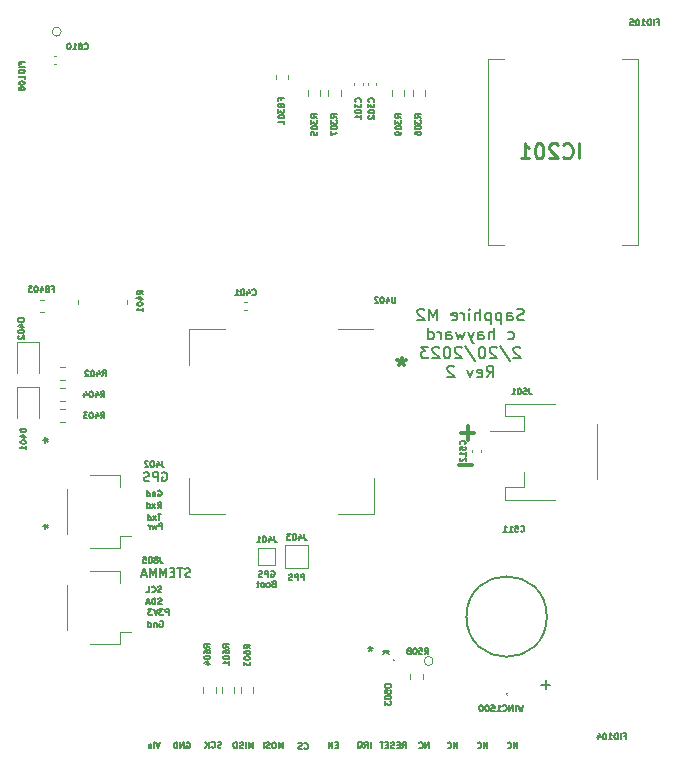
<source format=gbr>
G04 #@! TF.GenerationSoftware,KiCad,Pcbnew,(6.0.7)*
G04 #@! TF.CreationDate,2023-02-21T09:19:48-06:00*
G04 #@! TF.ProjectId,SapphineMinimal,53617070-6869-46e6-954d-696e696d616c,rev?*
G04 #@! TF.SameCoordinates,Original*
G04 #@! TF.FileFunction,Legend,Bot*
G04 #@! TF.FilePolarity,Positive*
%FSLAX46Y46*%
G04 Gerber Fmt 4.6, Leading zero omitted, Abs format (unit mm)*
G04 Created by KiCad (PCBNEW (6.0.7)) date 2023-02-21 09:19:48*
%MOMM*%
%LPD*%
G01*
G04 APERTURE LIST*
%ADD10C,0.152400*%
%ADD11C,0.127000*%
%ADD12C,0.150000*%
%ADD13C,0.300000*%
%ADD14C,0.254000*%
%ADD15C,0.120000*%
%ADD16C,0.100000*%
%ADD17C,0.200000*%
G04 APERTURE END LIST*
D10*
X92087420Y-112188046D02*
X91978563Y-112224332D01*
X91797135Y-112224332D01*
X91724563Y-112188046D01*
X91688278Y-112151760D01*
X91651992Y-112079189D01*
X91651992Y-112006618D01*
X91688278Y-111934046D01*
X91724563Y-111897760D01*
X91797135Y-111861475D01*
X91942278Y-111825189D01*
X92014849Y-111788903D01*
X92051135Y-111752618D01*
X92087420Y-111680046D01*
X92087420Y-111607475D01*
X92051135Y-111534903D01*
X92014849Y-111498618D01*
X91942278Y-111462332D01*
X91760849Y-111462332D01*
X91651992Y-111498618D01*
X91434278Y-111462332D02*
X90998849Y-111462332D01*
X91216563Y-112224332D02*
X91216563Y-111462332D01*
X90744849Y-111825189D02*
X90490849Y-111825189D01*
X90381992Y-112224332D02*
X90744849Y-112224332D01*
X90744849Y-111462332D01*
X90381992Y-111462332D01*
X90055420Y-112224332D02*
X90055420Y-111462332D01*
X89801420Y-112006618D01*
X89547420Y-111462332D01*
X89547420Y-112224332D01*
X89184563Y-112224332D02*
X89184563Y-111462332D01*
X88930563Y-112006618D01*
X88676563Y-111462332D01*
X88676563Y-112224332D01*
X88349992Y-112006618D02*
X87987135Y-112006618D01*
X88422563Y-112224332D02*
X88168563Y-111462332D01*
X87914563Y-112224332D01*
D11*
X104568887Y-126447475D02*
X104395554Y-126447475D01*
X104321268Y-126719856D02*
X104568887Y-126719856D01*
X104568887Y-126199856D01*
X104321268Y-126199856D01*
X104098411Y-126719856D02*
X104098411Y-126199856D01*
X103801268Y-126719856D01*
X103801268Y-126199856D01*
X89355563Y-104888618D02*
X89405087Y-104863856D01*
X89479373Y-104863856D01*
X89553658Y-104888618D01*
X89603182Y-104938141D01*
X89627944Y-104987665D01*
X89652706Y-105086713D01*
X89652706Y-105160998D01*
X89627944Y-105260046D01*
X89603182Y-105309570D01*
X89553658Y-105359094D01*
X89479373Y-105383856D01*
X89429849Y-105383856D01*
X89355563Y-105359094D01*
X89330801Y-105334332D01*
X89330801Y-105160998D01*
X89429849Y-105160998D01*
X89107944Y-105037189D02*
X89107944Y-105383856D01*
X89107944Y-105086713D02*
X89083182Y-105061951D01*
X89033658Y-105037189D01*
X88959373Y-105037189D01*
X88909849Y-105061951D01*
X88885087Y-105111475D01*
X88885087Y-105383856D01*
X88414611Y-105383856D02*
X88414611Y-104863856D01*
X88414611Y-105359094D02*
X88464135Y-105383856D01*
X88563182Y-105383856D01*
X88612706Y-105359094D01*
X88637468Y-105334332D01*
X88662230Y-105284808D01*
X88662230Y-105136237D01*
X88637468Y-105086713D01*
X88612706Y-105061951D01*
X88563182Y-105037189D01*
X88464135Y-105037189D01*
X88414611Y-105061951D01*
X107359058Y-126669056D02*
X107359058Y-126149056D01*
X106814297Y-126669056D02*
X106987630Y-126421437D01*
X107111439Y-126669056D02*
X107111439Y-126149056D01*
X106913344Y-126149056D01*
X106863820Y-126173818D01*
X106839058Y-126198579D01*
X106814297Y-126248103D01*
X106814297Y-126322389D01*
X106839058Y-126371913D01*
X106863820Y-126396675D01*
X106913344Y-126421437D01*
X107111439Y-126421437D01*
X106244773Y-126718579D02*
X106294297Y-126693818D01*
X106343820Y-126644294D01*
X106418106Y-126570008D01*
X106467630Y-126545246D01*
X106517154Y-126545246D01*
X106492392Y-126669056D02*
X106541916Y-126644294D01*
X106591439Y-126594770D01*
X106616201Y-126495722D01*
X106616201Y-126322389D01*
X106591439Y-126223341D01*
X106541916Y-126173818D01*
X106492392Y-126149056D01*
X106393344Y-126149056D01*
X106343820Y-126173818D01*
X106294297Y-126223341D01*
X106269535Y-126322389D01*
X106269535Y-126495722D01*
X106294297Y-126594770D01*
X106343820Y-126644294D01*
X106393344Y-126669056D01*
X106492392Y-126669056D01*
X108941516Y-118474427D02*
X108421516Y-118474427D01*
X108941516Y-118771570D02*
X108644373Y-118548713D01*
X108421516Y-118771570D02*
X108718658Y-118474427D01*
D10*
X89692563Y-103370618D02*
X89765135Y-103334332D01*
X89873992Y-103334332D01*
X89982849Y-103370618D01*
X90055420Y-103443189D01*
X90091706Y-103515760D01*
X90127992Y-103660903D01*
X90127992Y-103769760D01*
X90091706Y-103914903D01*
X90055420Y-103987475D01*
X89982849Y-104060046D01*
X89873992Y-104096332D01*
X89801420Y-104096332D01*
X89692563Y-104060046D01*
X89656278Y-104023760D01*
X89656278Y-103769760D01*
X89801420Y-103769760D01*
X89329706Y-104096332D02*
X89329706Y-103334332D01*
X89039420Y-103334332D01*
X88966849Y-103370618D01*
X88930563Y-103406903D01*
X88894278Y-103479475D01*
X88894278Y-103588332D01*
X88930563Y-103660903D01*
X88966849Y-103697189D01*
X89039420Y-103733475D01*
X89329706Y-103733475D01*
X88603992Y-104060046D02*
X88495135Y-104096332D01*
X88313706Y-104096332D01*
X88241135Y-104060046D01*
X88204849Y-104023760D01*
X88168563Y-103951189D01*
X88168563Y-103878618D01*
X88204849Y-103806046D01*
X88241135Y-103769760D01*
X88313706Y-103733475D01*
X88458849Y-103697189D01*
X88531420Y-103660903D01*
X88567706Y-103624618D01*
X88603992Y-103552046D01*
X88603992Y-103479475D01*
X88567706Y-103406903D01*
X88531420Y-103370618D01*
X88458849Y-103334332D01*
X88277420Y-103334332D01*
X88168563Y-103370618D01*
D11*
X112289849Y-126719856D02*
X112289849Y-126199856D01*
X111992706Y-126719856D01*
X111992706Y-126199856D01*
X111447944Y-126670332D02*
X111472706Y-126695094D01*
X111546992Y-126719856D01*
X111596516Y-126719856D01*
X111670801Y-126695094D01*
X111720325Y-126645570D01*
X111745087Y-126596046D01*
X111769849Y-126496998D01*
X111769849Y-126422713D01*
X111745087Y-126323665D01*
X111720325Y-126274141D01*
X111670801Y-126224618D01*
X111596516Y-126199856D01*
X111546992Y-126199856D01*
X111472706Y-126224618D01*
X111447944Y-126249379D01*
D12*
X121787325Y-121349046D02*
X122549230Y-121349046D01*
X122168278Y-121729998D02*
X122168278Y-120968094D01*
D11*
X101731744Y-126721132D02*
X101756506Y-126745894D01*
X101830792Y-126770656D01*
X101880316Y-126770656D01*
X101954601Y-126745894D01*
X102004125Y-126696370D01*
X102028887Y-126646846D01*
X102053649Y-126547798D01*
X102053649Y-126473513D01*
X102028887Y-126374465D01*
X102004125Y-126324941D01*
X101954601Y-126275418D01*
X101880316Y-126250656D01*
X101830792Y-126250656D01*
X101756506Y-126275418D01*
X101731744Y-126300179D01*
X101533649Y-126745894D02*
X101459363Y-126770656D01*
X101335554Y-126770656D01*
X101286030Y-126745894D01*
X101261268Y-126721132D01*
X101236506Y-126671608D01*
X101236506Y-126622084D01*
X101261268Y-126572560D01*
X101286030Y-126547798D01*
X101335554Y-126523037D01*
X101434601Y-126498275D01*
X101484125Y-126473513D01*
X101508887Y-126448751D01*
X101533649Y-126399227D01*
X101533649Y-126349703D01*
X101508887Y-126300179D01*
X101484125Y-126275418D01*
X101434601Y-126250656D01*
X101310792Y-126250656D01*
X101236506Y-126275418D01*
X119782849Y-126719856D02*
X119782849Y-126199856D01*
X119485706Y-126719856D01*
X119485706Y-126199856D01*
X118940944Y-126670332D02*
X118965706Y-126695094D01*
X119039992Y-126719856D01*
X119089516Y-126719856D01*
X119163801Y-126695094D01*
X119213325Y-126645570D01*
X119238087Y-126596046D01*
X119262849Y-126496998D01*
X119262849Y-126422713D01*
X119238087Y-126323665D01*
X119213325Y-126274141D01*
X119163801Y-126224618D01*
X119089516Y-126199856D01*
X119039992Y-126199856D01*
X118965706Y-126224618D01*
X118940944Y-126249379D01*
X89615563Y-106895856D02*
X89318420Y-106895856D01*
X89466992Y-107415856D02*
X89466992Y-106895856D01*
X89194611Y-107415856D02*
X88922230Y-107069189D01*
X89194611Y-107069189D02*
X88922230Y-107415856D01*
X88501278Y-107415856D02*
X88501278Y-106895856D01*
X88501278Y-107391094D02*
X88550801Y-107415856D01*
X88649849Y-107415856D01*
X88699373Y-107391094D01*
X88724135Y-107366332D01*
X88748897Y-107316808D01*
X88748897Y-107168237D01*
X88724135Y-107118713D01*
X88699373Y-107093951D01*
X88649849Y-107069189D01*
X88550801Y-107069189D01*
X88501278Y-107093951D01*
X110020316Y-126719856D02*
X110193649Y-126472237D01*
X110317458Y-126719856D02*
X110317458Y-126199856D01*
X110119363Y-126199856D01*
X110069839Y-126224618D01*
X110045078Y-126249379D01*
X110020316Y-126298903D01*
X110020316Y-126373189D01*
X110045078Y-126422713D01*
X110069839Y-126447475D01*
X110119363Y-126472237D01*
X110317458Y-126472237D01*
X109797458Y-126447475D02*
X109624125Y-126447475D01*
X109549839Y-126719856D02*
X109797458Y-126719856D01*
X109797458Y-126199856D01*
X109549839Y-126199856D01*
X109351744Y-126695094D02*
X109277458Y-126719856D01*
X109153649Y-126719856D01*
X109104125Y-126695094D01*
X109079363Y-126670332D01*
X109054601Y-126620808D01*
X109054601Y-126571284D01*
X109079363Y-126521760D01*
X109104125Y-126496998D01*
X109153649Y-126472237D01*
X109252697Y-126447475D01*
X109302220Y-126422713D01*
X109326982Y-126397951D01*
X109351744Y-126348427D01*
X109351744Y-126298903D01*
X109326982Y-126249379D01*
X109302220Y-126224618D01*
X109252697Y-126199856D01*
X109128887Y-126199856D01*
X109054601Y-126224618D01*
X108831744Y-126447475D02*
X108658411Y-126447475D01*
X108584125Y-126719856D02*
X108831744Y-126719856D01*
X108831744Y-126199856D01*
X108584125Y-126199856D01*
X108435554Y-126199856D02*
X108138411Y-126199856D01*
X108286982Y-126719856D02*
X108286982Y-126199856D01*
X89306039Y-106399856D02*
X89479373Y-106152237D01*
X89603182Y-106399856D02*
X89603182Y-105879856D01*
X89405087Y-105879856D01*
X89355563Y-105904618D01*
X89330801Y-105929379D01*
X89306039Y-105978903D01*
X89306039Y-106053189D01*
X89330801Y-106102713D01*
X89355563Y-106127475D01*
X89405087Y-106152237D01*
X89603182Y-106152237D01*
X89132706Y-106399856D02*
X88860325Y-106053189D01*
X89132706Y-106053189D02*
X88860325Y-106399856D01*
X88439373Y-106399856D02*
X88439373Y-105879856D01*
X88439373Y-106375094D02*
X88488897Y-106399856D01*
X88587944Y-106399856D01*
X88637468Y-106375094D01*
X88662230Y-106350332D01*
X88686992Y-106300808D01*
X88686992Y-106152237D01*
X88662230Y-106102713D01*
X88637468Y-106077951D01*
X88587944Y-106053189D01*
X88488897Y-106053189D01*
X88439373Y-106077951D01*
X98917706Y-111709018D02*
X98967230Y-111684256D01*
X99041516Y-111684256D01*
X99115801Y-111709018D01*
X99165325Y-111758541D01*
X99190087Y-111808065D01*
X99214849Y-111907113D01*
X99214849Y-111981398D01*
X99190087Y-112080446D01*
X99165325Y-112129970D01*
X99115801Y-112179494D01*
X99041516Y-112204256D01*
X98991992Y-112204256D01*
X98917706Y-112179494D01*
X98892944Y-112154732D01*
X98892944Y-111981398D01*
X98991992Y-111981398D01*
X98670087Y-112204256D02*
X98670087Y-111684256D01*
X98471992Y-111684256D01*
X98422468Y-111709018D01*
X98397706Y-111733779D01*
X98372944Y-111783303D01*
X98372944Y-111857589D01*
X98397706Y-111907113D01*
X98422468Y-111931875D01*
X98471992Y-111956637D01*
X98670087Y-111956637D01*
X98174849Y-112179494D02*
X98100563Y-112204256D01*
X97976754Y-112204256D01*
X97927230Y-112179494D01*
X97902468Y-112154732D01*
X97877706Y-112105208D01*
X97877706Y-112055684D01*
X97902468Y-112006160D01*
X97927230Y-111981398D01*
X97976754Y-111956637D01*
X98075801Y-111931875D01*
X98125325Y-111907113D01*
X98150087Y-111882351D01*
X98174849Y-111832827D01*
X98174849Y-111783303D01*
X98150087Y-111733779D01*
X98125325Y-111709018D01*
X98075801Y-111684256D01*
X97951992Y-111684256D01*
X97877706Y-111709018D01*
X99128182Y-112769075D02*
X99053897Y-112793837D01*
X99029135Y-112818598D01*
X99004373Y-112868122D01*
X99004373Y-112942408D01*
X99029135Y-112991932D01*
X99053897Y-113016694D01*
X99103420Y-113041456D01*
X99301516Y-113041456D01*
X99301516Y-112521456D01*
X99128182Y-112521456D01*
X99078658Y-112546218D01*
X99053897Y-112570979D01*
X99029135Y-112620503D01*
X99029135Y-112670027D01*
X99053897Y-112719551D01*
X99078658Y-112744313D01*
X99128182Y-112769075D01*
X99301516Y-112769075D01*
X98707230Y-113041456D02*
X98756754Y-113016694D01*
X98781516Y-112991932D01*
X98806278Y-112942408D01*
X98806278Y-112793837D01*
X98781516Y-112744313D01*
X98756754Y-112719551D01*
X98707230Y-112694789D01*
X98632944Y-112694789D01*
X98583420Y-112719551D01*
X98558658Y-112744313D01*
X98533897Y-112793837D01*
X98533897Y-112942408D01*
X98558658Y-112991932D01*
X98583420Y-113016694D01*
X98632944Y-113041456D01*
X98707230Y-113041456D01*
X98236754Y-113041456D02*
X98286278Y-113016694D01*
X98311039Y-112991932D01*
X98335801Y-112942408D01*
X98335801Y-112793837D01*
X98311039Y-112744313D01*
X98286278Y-112719551D01*
X98236754Y-112694789D01*
X98162468Y-112694789D01*
X98112944Y-112719551D01*
X98088182Y-112744313D01*
X98063420Y-112793837D01*
X98063420Y-112942408D01*
X98088182Y-112991932D01*
X98112944Y-113016694D01*
X98162468Y-113041456D01*
X98236754Y-113041456D01*
X97914849Y-112694789D02*
X97716754Y-112694789D01*
X97840563Y-112521456D02*
X97840563Y-112967170D01*
X97815801Y-113016694D01*
X97766278Y-113041456D01*
X97716754Y-113041456D01*
X91779668Y-126224618D02*
X91829192Y-126199856D01*
X91903478Y-126199856D01*
X91977763Y-126224618D01*
X92027287Y-126274141D01*
X92052049Y-126323665D01*
X92076811Y-126422713D01*
X92076811Y-126496998D01*
X92052049Y-126596046D01*
X92027287Y-126645570D01*
X91977763Y-126695094D01*
X91903478Y-126719856D01*
X91853954Y-126719856D01*
X91779668Y-126695094D01*
X91754906Y-126670332D01*
X91754906Y-126496998D01*
X91853954Y-126496998D01*
X91532049Y-126719856D02*
X91532049Y-126199856D01*
X91234906Y-126719856D01*
X91234906Y-126199856D01*
X90987287Y-126719856D02*
X90987287Y-126199856D01*
X90863478Y-126199856D01*
X90789192Y-126224618D01*
X90739668Y-126274141D01*
X90714906Y-126323665D01*
X90690144Y-126422713D01*
X90690144Y-126496998D01*
X90714906Y-126596046D01*
X90739668Y-126645570D01*
X90789192Y-126695094D01*
X90863478Y-126719856D01*
X90987287Y-126719856D01*
X89717801Y-108177856D02*
X89717801Y-107657856D01*
X89519706Y-107657856D01*
X89470182Y-107682618D01*
X89445420Y-107707379D01*
X89420658Y-107756903D01*
X89420658Y-107831189D01*
X89445420Y-107880713D01*
X89470182Y-107905475D01*
X89519706Y-107930237D01*
X89717801Y-107930237D01*
X89247325Y-107831189D02*
X89148278Y-108177856D01*
X89049230Y-107930237D01*
X88950182Y-108177856D01*
X88851135Y-107831189D01*
X88653039Y-108177856D02*
X88653039Y-107831189D01*
X88653039Y-107930237D02*
X88628278Y-107880713D01*
X88603516Y-107855951D01*
X88553992Y-107831189D01*
X88504468Y-107831189D01*
X99922220Y-126719856D02*
X99922220Y-126199856D01*
X99748887Y-126571284D01*
X99575554Y-126199856D01*
X99575554Y-126719856D01*
X99228887Y-126199856D02*
X99129839Y-126199856D01*
X99080316Y-126224618D01*
X99030792Y-126274141D01*
X99006030Y-126373189D01*
X99006030Y-126546522D01*
X99030792Y-126645570D01*
X99080316Y-126695094D01*
X99129839Y-126719856D01*
X99228887Y-126719856D01*
X99278411Y-126695094D01*
X99327935Y-126645570D01*
X99352697Y-126546522D01*
X99352697Y-126373189D01*
X99327935Y-126274141D01*
X99278411Y-126224618D01*
X99228887Y-126199856D01*
X98807935Y-126695094D02*
X98733649Y-126719856D01*
X98609839Y-126719856D01*
X98560316Y-126695094D01*
X98535554Y-126670332D01*
X98510792Y-126620808D01*
X98510792Y-126571284D01*
X98535554Y-126521760D01*
X98560316Y-126496998D01*
X98609839Y-126472237D01*
X98708887Y-126447475D01*
X98758411Y-126422713D01*
X98783173Y-126397951D01*
X98807935Y-126348427D01*
X98807935Y-126298903D01*
X98783173Y-126249379D01*
X98758411Y-126224618D01*
X98708887Y-126199856D01*
X98585078Y-126199856D01*
X98510792Y-126224618D01*
X98287935Y-126719856D02*
X98287935Y-126199856D01*
D13*
X114823182Y-102732608D02*
X115966039Y-102732608D01*
D11*
X89640325Y-113487094D02*
X89566039Y-113511856D01*
X89442230Y-113511856D01*
X89392706Y-113487094D01*
X89367944Y-113462332D01*
X89343182Y-113412808D01*
X89343182Y-113363284D01*
X89367944Y-113313760D01*
X89392706Y-113288998D01*
X89442230Y-113264237D01*
X89541278Y-113239475D01*
X89590801Y-113214713D01*
X89615563Y-113189951D01*
X89640325Y-113140427D01*
X89640325Y-113090903D01*
X89615563Y-113041379D01*
X89590801Y-113016618D01*
X89541278Y-112991856D01*
X89417468Y-112991856D01*
X89343182Y-113016618D01*
X88823182Y-113462332D02*
X88847944Y-113487094D01*
X88922230Y-113511856D01*
X88971754Y-113511856D01*
X89046039Y-113487094D01*
X89095563Y-113437570D01*
X89120325Y-113388046D01*
X89145087Y-113288998D01*
X89145087Y-113214713D01*
X89120325Y-113115665D01*
X89095563Y-113066141D01*
X89046039Y-113016618D01*
X88971754Y-112991856D01*
X88922230Y-112991856D01*
X88847944Y-113016618D01*
X88823182Y-113041379D01*
X88352706Y-113511856D02*
X88600325Y-113511856D01*
X88600325Y-112991856D01*
X89652706Y-114503094D02*
X89578420Y-114527856D01*
X89454611Y-114527856D01*
X89405087Y-114503094D01*
X89380325Y-114478332D01*
X89355563Y-114428808D01*
X89355563Y-114379284D01*
X89380325Y-114329760D01*
X89405087Y-114304998D01*
X89454611Y-114280237D01*
X89553658Y-114255475D01*
X89603182Y-114230713D01*
X89627944Y-114205951D01*
X89652706Y-114156427D01*
X89652706Y-114106903D01*
X89627944Y-114057379D01*
X89603182Y-114032618D01*
X89553658Y-114007856D01*
X89429849Y-114007856D01*
X89355563Y-114032618D01*
X89132706Y-114527856D02*
X89132706Y-114007856D01*
X89008897Y-114007856D01*
X88934611Y-114032618D01*
X88885087Y-114082141D01*
X88860325Y-114131665D01*
X88835563Y-114230713D01*
X88835563Y-114304998D01*
X88860325Y-114404046D01*
X88885087Y-114453570D01*
X88934611Y-114503094D01*
X89008897Y-114527856D01*
X89132706Y-114527856D01*
X88637468Y-114379284D02*
X88389849Y-114379284D01*
X88686992Y-114527856D02*
X88513658Y-114007856D01*
X88340325Y-114527856D01*
X114702849Y-126719856D02*
X114702849Y-126199856D01*
X114405706Y-126719856D01*
X114405706Y-126199856D01*
X113860944Y-126670332D02*
X113885706Y-126695094D01*
X113959992Y-126719856D01*
X114009516Y-126719856D01*
X114083801Y-126695094D01*
X114133325Y-126645570D01*
X114158087Y-126596046D01*
X114182849Y-126496998D01*
X114182849Y-126422713D01*
X114158087Y-126323665D01*
X114133325Y-126274141D01*
X114083801Y-126224618D01*
X114009516Y-126199856D01*
X113959992Y-126199856D01*
X113885706Y-126224618D01*
X113860944Y-126249379D01*
D12*
X120318278Y-90438379D02*
X120175420Y-90485998D01*
X119937325Y-90485998D01*
X119842087Y-90438379D01*
X119794468Y-90390760D01*
X119746849Y-90295522D01*
X119746849Y-90200284D01*
X119794468Y-90105046D01*
X119842087Y-90057427D01*
X119937325Y-90009808D01*
X120127801Y-89962189D01*
X120223039Y-89914570D01*
X120270658Y-89866951D01*
X120318278Y-89771713D01*
X120318278Y-89676475D01*
X120270658Y-89581237D01*
X120223039Y-89533618D01*
X120127801Y-89485998D01*
X119889706Y-89485998D01*
X119746849Y-89533618D01*
X118889706Y-90485998D02*
X118889706Y-89962189D01*
X118937325Y-89866951D01*
X119032563Y-89819332D01*
X119223039Y-89819332D01*
X119318278Y-89866951D01*
X118889706Y-90438379D02*
X118984944Y-90485998D01*
X119223039Y-90485998D01*
X119318278Y-90438379D01*
X119365897Y-90343141D01*
X119365897Y-90247903D01*
X119318278Y-90152665D01*
X119223039Y-90105046D01*
X118984944Y-90105046D01*
X118889706Y-90057427D01*
X118413516Y-89819332D02*
X118413516Y-90819332D01*
X118413516Y-89866951D02*
X118318278Y-89819332D01*
X118127801Y-89819332D01*
X118032563Y-89866951D01*
X117984944Y-89914570D01*
X117937325Y-90009808D01*
X117937325Y-90295522D01*
X117984944Y-90390760D01*
X118032563Y-90438379D01*
X118127801Y-90485998D01*
X118318278Y-90485998D01*
X118413516Y-90438379D01*
X117508754Y-89819332D02*
X117508754Y-90819332D01*
X117508754Y-89866951D02*
X117413516Y-89819332D01*
X117223039Y-89819332D01*
X117127801Y-89866951D01*
X117080182Y-89914570D01*
X117032563Y-90009808D01*
X117032563Y-90295522D01*
X117080182Y-90390760D01*
X117127801Y-90438379D01*
X117223039Y-90485998D01*
X117413516Y-90485998D01*
X117508754Y-90438379D01*
X116603992Y-90485998D02*
X116603992Y-89485998D01*
X116175420Y-90485998D02*
X116175420Y-89962189D01*
X116223039Y-89866951D01*
X116318278Y-89819332D01*
X116461135Y-89819332D01*
X116556373Y-89866951D01*
X116603992Y-89914570D01*
X115699230Y-90485998D02*
X115699230Y-89819332D01*
X115699230Y-89485998D02*
X115746849Y-89533618D01*
X115699230Y-89581237D01*
X115651611Y-89533618D01*
X115699230Y-89485998D01*
X115699230Y-89581237D01*
X115223039Y-90485998D02*
X115223039Y-89819332D01*
X115223039Y-90009808D02*
X115175420Y-89914570D01*
X115127801Y-89866951D01*
X115032563Y-89819332D01*
X114937325Y-89819332D01*
X114223039Y-90438379D02*
X114318278Y-90485998D01*
X114508754Y-90485998D01*
X114603992Y-90438379D01*
X114651611Y-90343141D01*
X114651611Y-89962189D01*
X114603992Y-89866951D01*
X114508754Y-89819332D01*
X114318278Y-89819332D01*
X114223039Y-89866951D01*
X114175420Y-89962189D01*
X114175420Y-90057427D01*
X114651611Y-90152665D01*
X112984944Y-90485998D02*
X112984944Y-89485998D01*
X112651611Y-90200284D01*
X112318278Y-89485998D01*
X112318278Y-90485998D01*
X111889706Y-89581237D02*
X111842087Y-89533618D01*
X111746849Y-89485998D01*
X111508754Y-89485998D01*
X111413516Y-89533618D01*
X111365897Y-89581237D01*
X111318278Y-89676475D01*
X111318278Y-89771713D01*
X111365897Y-89914570D01*
X111937325Y-90485998D01*
X111318278Y-90485998D01*
X118984944Y-92048379D02*
X119080182Y-92095998D01*
X119270658Y-92095998D01*
X119365897Y-92048379D01*
X119413516Y-92000760D01*
X119461135Y-91905522D01*
X119461135Y-91619808D01*
X119413516Y-91524570D01*
X119365897Y-91476951D01*
X119270658Y-91429332D01*
X119080182Y-91429332D01*
X118984944Y-91476951D01*
X117794468Y-92095998D02*
X117794468Y-91095998D01*
X117365897Y-92095998D02*
X117365897Y-91572189D01*
X117413516Y-91476951D01*
X117508754Y-91429332D01*
X117651611Y-91429332D01*
X117746849Y-91476951D01*
X117794468Y-91524570D01*
X116461135Y-92095998D02*
X116461135Y-91572189D01*
X116508754Y-91476951D01*
X116603992Y-91429332D01*
X116794468Y-91429332D01*
X116889706Y-91476951D01*
X116461135Y-92048379D02*
X116556373Y-92095998D01*
X116794468Y-92095998D01*
X116889706Y-92048379D01*
X116937325Y-91953141D01*
X116937325Y-91857903D01*
X116889706Y-91762665D01*
X116794468Y-91715046D01*
X116556373Y-91715046D01*
X116461135Y-91667427D01*
X116080182Y-91429332D02*
X115842087Y-92095998D01*
X115603992Y-91429332D02*
X115842087Y-92095998D01*
X115937325Y-92334094D01*
X115984944Y-92381713D01*
X116080182Y-92429332D01*
X115318278Y-91429332D02*
X115127801Y-92095998D01*
X114937325Y-91619808D01*
X114746849Y-92095998D01*
X114556373Y-91429332D01*
X113746849Y-92095998D02*
X113746849Y-91572189D01*
X113794468Y-91476951D01*
X113889706Y-91429332D01*
X114080182Y-91429332D01*
X114175420Y-91476951D01*
X113746849Y-92048379D02*
X113842087Y-92095998D01*
X114080182Y-92095998D01*
X114175420Y-92048379D01*
X114223039Y-91953141D01*
X114223039Y-91857903D01*
X114175420Y-91762665D01*
X114080182Y-91715046D01*
X113842087Y-91715046D01*
X113746849Y-91667427D01*
X113270658Y-92095998D02*
X113270658Y-91429332D01*
X113270658Y-91619808D02*
X113223039Y-91524570D01*
X113175420Y-91476951D01*
X113080182Y-91429332D01*
X112984944Y-91429332D01*
X112223039Y-92095998D02*
X112223039Y-91095998D01*
X112223039Y-92048379D02*
X112318278Y-92095998D01*
X112508754Y-92095998D01*
X112603992Y-92048379D01*
X112651611Y-92000760D01*
X112699230Y-91905522D01*
X112699230Y-91619808D01*
X112651611Y-91524570D01*
X112603992Y-91476951D01*
X112508754Y-91429332D01*
X112318278Y-91429332D01*
X112223039Y-91476951D01*
X120008754Y-92801237D02*
X119961135Y-92753618D01*
X119865897Y-92705998D01*
X119627801Y-92705998D01*
X119532563Y-92753618D01*
X119484944Y-92801237D01*
X119437325Y-92896475D01*
X119437325Y-92991713D01*
X119484944Y-93134570D01*
X120056373Y-93705998D01*
X119437325Y-93705998D01*
X118294468Y-92658379D02*
X119151611Y-93944094D01*
X118008754Y-92801237D02*
X117961135Y-92753618D01*
X117865897Y-92705998D01*
X117627801Y-92705998D01*
X117532563Y-92753618D01*
X117484944Y-92801237D01*
X117437325Y-92896475D01*
X117437325Y-92991713D01*
X117484944Y-93134570D01*
X118056373Y-93705998D01*
X117437325Y-93705998D01*
X116818278Y-92705998D02*
X116723039Y-92705998D01*
X116627801Y-92753618D01*
X116580182Y-92801237D01*
X116532563Y-92896475D01*
X116484944Y-93086951D01*
X116484944Y-93325046D01*
X116532563Y-93515522D01*
X116580182Y-93610760D01*
X116627801Y-93658379D01*
X116723039Y-93705998D01*
X116818278Y-93705998D01*
X116913516Y-93658379D01*
X116961135Y-93610760D01*
X117008754Y-93515522D01*
X117056373Y-93325046D01*
X117056373Y-93086951D01*
X117008754Y-92896475D01*
X116961135Y-92801237D01*
X116913516Y-92753618D01*
X116818278Y-92705998D01*
X115342087Y-92658379D02*
X116199230Y-93944094D01*
X115056373Y-92801237D02*
X115008754Y-92753618D01*
X114913516Y-92705998D01*
X114675420Y-92705998D01*
X114580182Y-92753618D01*
X114532563Y-92801237D01*
X114484944Y-92896475D01*
X114484944Y-92991713D01*
X114532563Y-93134570D01*
X115103992Y-93705998D01*
X114484944Y-93705998D01*
X113865897Y-92705998D02*
X113770658Y-92705998D01*
X113675420Y-92753618D01*
X113627801Y-92801237D01*
X113580182Y-92896475D01*
X113532563Y-93086951D01*
X113532563Y-93325046D01*
X113580182Y-93515522D01*
X113627801Y-93610760D01*
X113675420Y-93658379D01*
X113770658Y-93705998D01*
X113865897Y-93705998D01*
X113961135Y-93658379D01*
X114008754Y-93610760D01*
X114056373Y-93515522D01*
X114103992Y-93325046D01*
X114103992Y-93086951D01*
X114056373Y-92896475D01*
X114008754Y-92801237D01*
X113961135Y-92753618D01*
X113865897Y-92705998D01*
X113151611Y-92801237D02*
X113103992Y-92753618D01*
X113008754Y-92705998D01*
X112770658Y-92705998D01*
X112675420Y-92753618D01*
X112627801Y-92801237D01*
X112580182Y-92896475D01*
X112580182Y-92991713D01*
X112627801Y-93134570D01*
X113199230Y-93705998D01*
X112580182Y-93705998D01*
X112246849Y-92705998D02*
X111627801Y-92705998D01*
X111961135Y-93086951D01*
X111818277Y-93086951D01*
X111723039Y-93134570D01*
X111675420Y-93182189D01*
X111627801Y-93277427D01*
X111627801Y-93515522D01*
X111675420Y-93610760D01*
X111723039Y-93658379D01*
X111818277Y-93705998D01*
X112103992Y-93705998D01*
X112199230Y-93658379D01*
X112246849Y-93610760D01*
X117175420Y-95315998D02*
X117508754Y-94839808D01*
X117746849Y-95315998D02*
X117746849Y-94315998D01*
X117365897Y-94315998D01*
X117270658Y-94363618D01*
X117223039Y-94411237D01*
X117175420Y-94506475D01*
X117175420Y-94649332D01*
X117223039Y-94744570D01*
X117270658Y-94792189D01*
X117365897Y-94839808D01*
X117746849Y-94839808D01*
X116365897Y-95268379D02*
X116461135Y-95315998D01*
X116651611Y-95315998D01*
X116746849Y-95268379D01*
X116794468Y-95173141D01*
X116794468Y-94792189D01*
X116746849Y-94696951D01*
X116651611Y-94649332D01*
X116461135Y-94649332D01*
X116365897Y-94696951D01*
X116318278Y-94792189D01*
X116318278Y-94887427D01*
X116794468Y-94982665D01*
X115984944Y-94649332D02*
X115746849Y-95315998D01*
X115508754Y-94649332D01*
X114413516Y-94411237D02*
X114365897Y-94363618D01*
X114270658Y-94315998D01*
X114032563Y-94315998D01*
X113937325Y-94363618D01*
X113889706Y-94411237D01*
X113842087Y-94506475D01*
X113842087Y-94601713D01*
X113889706Y-94744570D01*
X114461135Y-95315998D01*
X113842087Y-95315998D01*
D13*
X109976278Y-93659189D02*
X109976278Y-94016332D01*
X110333420Y-93873475D02*
X109976278Y-94016332D01*
X109619135Y-93873475D01*
X110190563Y-94302046D02*
X109976278Y-94016332D01*
X109761992Y-94302046D01*
D11*
X117242849Y-126719856D02*
X117242849Y-126199856D01*
X116945706Y-126719856D01*
X116945706Y-126199856D01*
X116400944Y-126670332D02*
X116425706Y-126695094D01*
X116499992Y-126719856D01*
X116549516Y-126719856D01*
X116623801Y-126695094D01*
X116673325Y-126645570D01*
X116698087Y-126596046D01*
X116722849Y-126496998D01*
X116722849Y-126422713D01*
X116698087Y-126323665D01*
X116673325Y-126274141D01*
X116623801Y-126224618D01*
X116549516Y-126199856D01*
X116499992Y-126199856D01*
X116425706Y-126224618D01*
X116400944Y-126249379D01*
X89482563Y-115937618D02*
X89532087Y-115912856D01*
X89606373Y-115912856D01*
X89680658Y-115937618D01*
X89730182Y-115987141D01*
X89754944Y-116036665D01*
X89779706Y-116135713D01*
X89779706Y-116209998D01*
X89754944Y-116309046D01*
X89730182Y-116358570D01*
X89680658Y-116408094D01*
X89606373Y-116432856D01*
X89556849Y-116432856D01*
X89482563Y-116408094D01*
X89457801Y-116383332D01*
X89457801Y-116209998D01*
X89556849Y-116209998D01*
X89234944Y-116086189D02*
X89234944Y-116432856D01*
X89234944Y-116135713D02*
X89210182Y-116110951D01*
X89160658Y-116086189D01*
X89086373Y-116086189D01*
X89036849Y-116110951D01*
X89012087Y-116160475D01*
X89012087Y-116432856D01*
X88541611Y-116432856D02*
X88541611Y-115912856D01*
X88541611Y-116408094D02*
X88591135Y-116432856D01*
X88690182Y-116432856D01*
X88739706Y-116408094D01*
X88764468Y-116383332D01*
X88789230Y-116333808D01*
X88789230Y-116185237D01*
X88764468Y-116135713D01*
X88739706Y-116110951D01*
X88690182Y-116086189D01*
X88591135Y-116086189D01*
X88541611Y-116110951D01*
X90256563Y-115416856D02*
X90256563Y-114896856D01*
X90058468Y-114896856D01*
X90008944Y-114921618D01*
X89984182Y-114946379D01*
X89959420Y-114995903D01*
X89959420Y-115070189D01*
X89984182Y-115119713D01*
X90008944Y-115144475D01*
X90058468Y-115169237D01*
X90256563Y-115169237D01*
X89786087Y-114896856D02*
X89464182Y-114896856D01*
X89637516Y-115094951D01*
X89563230Y-115094951D01*
X89513706Y-115119713D01*
X89488944Y-115144475D01*
X89464182Y-115193998D01*
X89464182Y-115317808D01*
X89488944Y-115367332D01*
X89513706Y-115392094D01*
X89563230Y-115416856D01*
X89711801Y-115416856D01*
X89761325Y-115392094D01*
X89786087Y-115367332D01*
X89315611Y-114896856D02*
X89142278Y-115416856D01*
X88968944Y-114896856D01*
X88845135Y-114896856D02*
X88523230Y-114896856D01*
X88696563Y-115094951D01*
X88622278Y-115094951D01*
X88572754Y-115119713D01*
X88547992Y-115144475D01*
X88523230Y-115193998D01*
X88523230Y-115317808D01*
X88547992Y-115367332D01*
X88572754Y-115392094D01*
X88622278Y-115416856D01*
X88770849Y-115416856D01*
X88820373Y-115392094D01*
X88845135Y-115367332D01*
X101730087Y-112495856D02*
X101730087Y-111975856D01*
X101531992Y-111975856D01*
X101482468Y-112000618D01*
X101457706Y-112025379D01*
X101432944Y-112074903D01*
X101432944Y-112149189D01*
X101457706Y-112198713D01*
X101482468Y-112223475D01*
X101531992Y-112248237D01*
X101730087Y-112248237D01*
X101210087Y-112495856D02*
X101210087Y-111975856D01*
X101011992Y-111975856D01*
X100962468Y-112000618D01*
X100937706Y-112025379D01*
X100912944Y-112074903D01*
X100912944Y-112149189D01*
X100937706Y-112198713D01*
X100962468Y-112223475D01*
X101011992Y-112248237D01*
X101210087Y-112248237D01*
X100714849Y-112471094D02*
X100640563Y-112495856D01*
X100516754Y-112495856D01*
X100467230Y-112471094D01*
X100442468Y-112446332D01*
X100417706Y-112396808D01*
X100417706Y-112347284D01*
X100442468Y-112297760D01*
X100467230Y-112272998D01*
X100516754Y-112248237D01*
X100615801Y-112223475D01*
X100665325Y-112198713D01*
X100690087Y-112173951D01*
X100714849Y-112124427D01*
X100714849Y-112074903D01*
X100690087Y-112025379D01*
X100665325Y-112000618D01*
X100615801Y-111975856D01*
X100491992Y-111975856D01*
X100417706Y-112000618D01*
X97382220Y-126719856D02*
X97382220Y-126199856D01*
X97208887Y-126571284D01*
X97035554Y-126199856D01*
X97035554Y-126719856D01*
X96787935Y-126719856D02*
X96787935Y-126199856D01*
X96565078Y-126695094D02*
X96490792Y-126719856D01*
X96366982Y-126719856D01*
X96317458Y-126695094D01*
X96292697Y-126670332D01*
X96267935Y-126620808D01*
X96267935Y-126571284D01*
X96292697Y-126521760D01*
X96317458Y-126496998D01*
X96366982Y-126472237D01*
X96466030Y-126447475D01*
X96515554Y-126422713D01*
X96540316Y-126397951D01*
X96565078Y-126348427D01*
X96565078Y-126298903D01*
X96540316Y-126249379D01*
X96515554Y-126224618D01*
X96466030Y-126199856D01*
X96342220Y-126199856D01*
X96267935Y-126224618D01*
X95946030Y-126199856D02*
X95846982Y-126199856D01*
X95797458Y-126224618D01*
X95747935Y-126274141D01*
X95723173Y-126373189D01*
X95723173Y-126546522D01*
X95747935Y-126645570D01*
X95797458Y-126695094D01*
X95846982Y-126719856D01*
X95946030Y-126719856D01*
X95995554Y-126695094D01*
X96045078Y-126645570D01*
X96069839Y-126546522D01*
X96069839Y-126373189D01*
X96045078Y-126274141D01*
X95995554Y-126224618D01*
X95946030Y-126199856D01*
X89553658Y-126199856D02*
X89380325Y-126719856D01*
X89206992Y-126199856D01*
X89033658Y-126719856D02*
X89033658Y-126373189D01*
X89033658Y-126199856D02*
X89058420Y-126224618D01*
X89033658Y-126249379D01*
X89008897Y-126224618D01*
X89033658Y-126199856D01*
X89033658Y-126249379D01*
X88786039Y-126373189D02*
X88786039Y-126719856D01*
X88786039Y-126422713D02*
X88761278Y-126397951D01*
X88711754Y-126373189D01*
X88637468Y-126373189D01*
X88587944Y-126397951D01*
X88563182Y-126447475D01*
X88563182Y-126719856D01*
X120278601Y-123050256D02*
X120154792Y-123570256D01*
X120055744Y-123198827D01*
X119956697Y-123570256D01*
X119832887Y-123050256D01*
X119634792Y-123570256D02*
X119634792Y-123050256D01*
X119387173Y-123570256D02*
X119387173Y-123050256D01*
X119090030Y-123570256D01*
X119090030Y-123050256D01*
X118545268Y-123520732D02*
X118570030Y-123545494D01*
X118644316Y-123570256D01*
X118693839Y-123570256D01*
X118768125Y-123545494D01*
X118817649Y-123495970D01*
X118842411Y-123446446D01*
X118867173Y-123347398D01*
X118867173Y-123273113D01*
X118842411Y-123174065D01*
X118817649Y-123124541D01*
X118768125Y-123075018D01*
X118693839Y-123050256D01*
X118644316Y-123050256D01*
X118570030Y-123075018D01*
X118545268Y-123099779D01*
X118050030Y-123570256D02*
X118347173Y-123570256D01*
X118198601Y-123570256D02*
X118198601Y-123050256D01*
X118248125Y-123124541D01*
X118297649Y-123174065D01*
X118347173Y-123198827D01*
X117579554Y-123050256D02*
X117827173Y-123050256D01*
X117851935Y-123297875D01*
X117827173Y-123273113D01*
X117777649Y-123248351D01*
X117653839Y-123248351D01*
X117604316Y-123273113D01*
X117579554Y-123297875D01*
X117554792Y-123347398D01*
X117554792Y-123471208D01*
X117579554Y-123520732D01*
X117604316Y-123545494D01*
X117653839Y-123570256D01*
X117777649Y-123570256D01*
X117827173Y-123545494D01*
X117851935Y-123520732D01*
X117232887Y-123050256D02*
X117183363Y-123050256D01*
X117133839Y-123075018D01*
X117109078Y-123099779D01*
X117084316Y-123149303D01*
X117059554Y-123248351D01*
X117059554Y-123372160D01*
X117084316Y-123471208D01*
X117109078Y-123520732D01*
X117133839Y-123545494D01*
X117183363Y-123570256D01*
X117232887Y-123570256D01*
X117282411Y-123545494D01*
X117307173Y-123520732D01*
X117331935Y-123471208D01*
X117356697Y-123372160D01*
X117356697Y-123248351D01*
X117331935Y-123149303D01*
X117307173Y-123099779D01*
X117282411Y-123075018D01*
X117232887Y-123050256D01*
X116737649Y-123050256D02*
X116688125Y-123050256D01*
X116638601Y-123075018D01*
X116613839Y-123099779D01*
X116589078Y-123149303D01*
X116564316Y-123248351D01*
X116564316Y-123372160D01*
X116589078Y-123471208D01*
X116613839Y-123520732D01*
X116638601Y-123545494D01*
X116688125Y-123570256D01*
X116737649Y-123570256D01*
X116787173Y-123545494D01*
X116811935Y-123520732D01*
X116836697Y-123471208D01*
X116861458Y-123372160D01*
X116861458Y-123248351D01*
X116836697Y-123149303D01*
X116811935Y-123099779D01*
X116787173Y-123075018D01*
X116737649Y-123050256D01*
D13*
X114992849Y-100023360D02*
X116135706Y-100023360D01*
X115564278Y-100594789D02*
X115564278Y-99451932D01*
D11*
X94693649Y-126644294D02*
X94619363Y-126669056D01*
X94495554Y-126669056D01*
X94446030Y-126644294D01*
X94421268Y-126619532D01*
X94396506Y-126570008D01*
X94396506Y-126520484D01*
X94421268Y-126470960D01*
X94446030Y-126446198D01*
X94495554Y-126421437D01*
X94594601Y-126396675D01*
X94644125Y-126371913D01*
X94668887Y-126347151D01*
X94693649Y-126297627D01*
X94693649Y-126248103D01*
X94668887Y-126198579D01*
X94644125Y-126173818D01*
X94594601Y-126149056D01*
X94470792Y-126149056D01*
X94396506Y-126173818D01*
X93876506Y-126619532D02*
X93901268Y-126644294D01*
X93975554Y-126669056D01*
X94025078Y-126669056D01*
X94099363Y-126644294D01*
X94148887Y-126594770D01*
X94173649Y-126545246D01*
X94198411Y-126446198D01*
X94198411Y-126371913D01*
X94173649Y-126272865D01*
X94148887Y-126223341D01*
X94099363Y-126173818D01*
X94025078Y-126149056D01*
X93975554Y-126149056D01*
X93901268Y-126173818D01*
X93876506Y-126198579D01*
X93653649Y-126669056D02*
X93653649Y-126149056D01*
X93356506Y-126669056D02*
X93579363Y-126371913D01*
X93356506Y-126149056D02*
X93653649Y-126446198D01*
D12*
X79613226Y-100636515D02*
X79851322Y-100636515D01*
X79756084Y-100874610D02*
X79851322Y-100636515D01*
X79756084Y-100398419D01*
X80041798Y-100779372D02*
X79851322Y-100636515D01*
X80041798Y-100493657D01*
X107334678Y-118062998D02*
X107334678Y-118301094D01*
X107572773Y-118205856D02*
X107334678Y-118301094D01*
X107096582Y-118205856D01*
X107477535Y-118491570D02*
X107334678Y-118301094D01*
X107191820Y-118491570D01*
X79613226Y-107928001D02*
X79851322Y-107928001D01*
X79756084Y-108166096D02*
X79851322Y-107928001D01*
X79756084Y-107689905D01*
X80041798Y-108070858D02*
X79851322Y-107928001D01*
X80041798Y-107785143D01*
D11*
X106500106Y-71966541D02*
X106524297Y-71942351D01*
X106548487Y-71869779D01*
X106548487Y-71821398D01*
X106524297Y-71748827D01*
X106475916Y-71700446D01*
X106427535Y-71676256D01*
X106330773Y-71652065D01*
X106258201Y-71652065D01*
X106161439Y-71676256D01*
X106113058Y-71700446D01*
X106064678Y-71748827D01*
X106040487Y-71821398D01*
X106040487Y-71869779D01*
X106064678Y-71942351D01*
X106088868Y-71966541D01*
X106040487Y-72135875D02*
X106040487Y-72450351D01*
X106234011Y-72281018D01*
X106234011Y-72353589D01*
X106258201Y-72401970D01*
X106282392Y-72426160D01*
X106330773Y-72450351D01*
X106451725Y-72450351D01*
X106500106Y-72426160D01*
X106524297Y-72401970D01*
X106548487Y-72353589D01*
X106548487Y-72208446D01*
X106524297Y-72160065D01*
X106500106Y-72135875D01*
X106040487Y-72764827D02*
X106040487Y-72813208D01*
X106064678Y-72861589D01*
X106088868Y-72885779D01*
X106137249Y-72909970D01*
X106234011Y-72934160D01*
X106354963Y-72934160D01*
X106451725Y-72909970D01*
X106500106Y-72885779D01*
X106524297Y-72861589D01*
X106548487Y-72813208D01*
X106548487Y-72764827D01*
X106524297Y-72716446D01*
X106500106Y-72692256D01*
X106451725Y-72668065D01*
X106354963Y-72643875D01*
X106234011Y-72643875D01*
X106137249Y-72668065D01*
X106088868Y-72692256D01*
X106064678Y-72716446D01*
X106040487Y-72764827D01*
X106548487Y-73417970D02*
X106548487Y-73127684D01*
X106548487Y-73272827D02*
X106040487Y-73272827D01*
X106113058Y-73224446D01*
X106161439Y-73176065D01*
X106185630Y-73127684D01*
X97150487Y-118245341D02*
X96908582Y-118076008D01*
X97150487Y-117955056D02*
X96642487Y-117955056D01*
X96642487Y-118148579D01*
X96666678Y-118196960D01*
X96690868Y-118221151D01*
X96739249Y-118245341D01*
X96811820Y-118245341D01*
X96860201Y-118221151D01*
X96884392Y-118196960D01*
X96908582Y-118148579D01*
X96908582Y-117955056D01*
X96642487Y-118680770D02*
X96642487Y-118584008D01*
X96666678Y-118535627D01*
X96690868Y-118511437D01*
X96763439Y-118463056D01*
X96860201Y-118438865D01*
X97053725Y-118438865D01*
X97102106Y-118463056D01*
X97126297Y-118487246D01*
X97150487Y-118535627D01*
X97150487Y-118632389D01*
X97126297Y-118680770D01*
X97102106Y-118704960D01*
X97053725Y-118729151D01*
X96932773Y-118729151D01*
X96884392Y-118704960D01*
X96860201Y-118680770D01*
X96836011Y-118632389D01*
X96836011Y-118535627D01*
X96860201Y-118487246D01*
X96884392Y-118463056D01*
X96932773Y-118438865D01*
X96642487Y-119043627D02*
X96642487Y-119092008D01*
X96666678Y-119140389D01*
X96690868Y-119164579D01*
X96739249Y-119188770D01*
X96836011Y-119212960D01*
X96956963Y-119212960D01*
X97053725Y-119188770D01*
X97102106Y-119164579D01*
X97126297Y-119140389D01*
X97150487Y-119092008D01*
X97150487Y-119043627D01*
X97126297Y-118995246D01*
X97102106Y-118971056D01*
X97053725Y-118946865D01*
X96956963Y-118922675D01*
X96836011Y-118922675D01*
X96739249Y-118946865D01*
X96690868Y-118971056D01*
X96666678Y-118995246D01*
X96642487Y-119043627D01*
X96642487Y-119382294D02*
X96642487Y-119696770D01*
X96836011Y-119527437D01*
X96836011Y-119600008D01*
X96860201Y-119648389D01*
X96884392Y-119672579D01*
X96932773Y-119696770D01*
X97053725Y-119696770D01*
X97102106Y-119672579D01*
X97126297Y-119648389D01*
X97150487Y-119600008D01*
X97150487Y-119454865D01*
X97126297Y-119406484D01*
X97102106Y-119382294D01*
D14*
X125004285Y-76774523D02*
X125004285Y-75504523D01*
X123673809Y-76653571D02*
X123734285Y-76714047D01*
X123915714Y-76774523D01*
X124036666Y-76774523D01*
X124218095Y-76714047D01*
X124339047Y-76593095D01*
X124399523Y-76472142D01*
X124460000Y-76230238D01*
X124460000Y-76048809D01*
X124399523Y-75806904D01*
X124339047Y-75685952D01*
X124218095Y-75565000D01*
X124036666Y-75504523D01*
X123915714Y-75504523D01*
X123734285Y-75565000D01*
X123673809Y-75625476D01*
X123190000Y-75625476D02*
X123129523Y-75565000D01*
X123008571Y-75504523D01*
X122706190Y-75504523D01*
X122585238Y-75565000D01*
X122524761Y-75625476D01*
X122464285Y-75746428D01*
X122464285Y-75867380D01*
X122524761Y-76048809D01*
X123250476Y-76774523D01*
X122464285Y-76774523D01*
X121678095Y-75504523D02*
X121557142Y-75504523D01*
X121436190Y-75565000D01*
X121375714Y-75625476D01*
X121315238Y-75746428D01*
X121254761Y-75988333D01*
X121254761Y-76290714D01*
X121315238Y-76532619D01*
X121375714Y-76653571D01*
X121436190Y-76714047D01*
X121557142Y-76774523D01*
X121678095Y-76774523D01*
X121799047Y-76714047D01*
X121859523Y-76653571D01*
X121920000Y-76532619D01*
X121980476Y-76290714D01*
X121980476Y-75988333D01*
X121920000Y-75746428D01*
X121859523Y-75625476D01*
X121799047Y-75565000D01*
X121678095Y-75504523D01*
X120045238Y-76774523D02*
X120770952Y-76774523D01*
X120408095Y-76774523D02*
X120408095Y-75504523D01*
X120529047Y-75685952D01*
X120650000Y-75806904D01*
X120770952Y-75867380D01*
D11*
X84509754Y-98774427D02*
X84679087Y-98532522D01*
X84800039Y-98774427D02*
X84800039Y-98266427D01*
X84606516Y-98266427D01*
X84558135Y-98290618D01*
X84533944Y-98314808D01*
X84509754Y-98363189D01*
X84509754Y-98435760D01*
X84533944Y-98484141D01*
X84558135Y-98508332D01*
X84606516Y-98532522D01*
X84800039Y-98532522D01*
X84074325Y-98435760D02*
X84074325Y-98774427D01*
X84195278Y-98242237D02*
X84316230Y-98605094D01*
X84001754Y-98605094D01*
X83711468Y-98266427D02*
X83663087Y-98266427D01*
X83614706Y-98290618D01*
X83590516Y-98314808D01*
X83566325Y-98363189D01*
X83542135Y-98459951D01*
X83542135Y-98580903D01*
X83566325Y-98677665D01*
X83590516Y-98726046D01*
X83614706Y-98750237D01*
X83663087Y-98774427D01*
X83711468Y-98774427D01*
X83759849Y-98750237D01*
X83784039Y-98726046D01*
X83808230Y-98677665D01*
X83832420Y-98580903D01*
X83832420Y-98459951D01*
X83808230Y-98363189D01*
X83784039Y-98314808D01*
X83759849Y-98290618D01*
X83711468Y-98266427D01*
X83372801Y-98266427D02*
X83058325Y-98266427D01*
X83227658Y-98459951D01*
X83155087Y-98459951D01*
X83106706Y-98484141D01*
X83082516Y-98508332D01*
X83058325Y-98556713D01*
X83058325Y-98677665D01*
X83082516Y-98726046D01*
X83106706Y-98750237D01*
X83155087Y-98774427D01*
X83300230Y-98774427D01*
X83348611Y-98750237D01*
X83372801Y-98726046D01*
X109063087Y-121307856D02*
X108555087Y-121307856D01*
X108555087Y-121428808D01*
X108579278Y-121501379D01*
X108627658Y-121549760D01*
X108676039Y-121573951D01*
X108772801Y-121598141D01*
X108845373Y-121598141D01*
X108942135Y-121573951D01*
X108990516Y-121549760D01*
X109038897Y-121501379D01*
X109063087Y-121428808D01*
X109063087Y-121307856D01*
X108555087Y-122057760D02*
X108555087Y-121815856D01*
X108796992Y-121791665D01*
X108772801Y-121815856D01*
X108748611Y-121864237D01*
X108748611Y-121985189D01*
X108772801Y-122033570D01*
X108796992Y-122057760D01*
X108845373Y-122081951D01*
X108966325Y-122081951D01*
X109014706Y-122057760D01*
X109038897Y-122033570D01*
X109063087Y-121985189D01*
X109063087Y-121864237D01*
X109038897Y-121815856D01*
X109014706Y-121791665D01*
X108555087Y-122396427D02*
X108555087Y-122444808D01*
X108579278Y-122493189D01*
X108603468Y-122517379D01*
X108651849Y-122541570D01*
X108748611Y-122565760D01*
X108869563Y-122565760D01*
X108966325Y-122541570D01*
X109014706Y-122517379D01*
X109038897Y-122493189D01*
X109063087Y-122444808D01*
X109063087Y-122396427D01*
X109038897Y-122348046D01*
X109014706Y-122323856D01*
X108966325Y-122299665D01*
X108869563Y-122275475D01*
X108748611Y-122275475D01*
X108651849Y-122299665D01*
X108603468Y-122323856D01*
X108579278Y-122348046D01*
X108555087Y-122396427D01*
X108555087Y-122735094D02*
X108555087Y-123049570D01*
X108748611Y-122880237D01*
X108748611Y-122952808D01*
X108772801Y-123001189D01*
X108796992Y-123025379D01*
X108845373Y-123049570D01*
X108966325Y-123049570D01*
X109014706Y-123025379D01*
X109038897Y-123001189D01*
X109063087Y-122952808D01*
X109063087Y-122807665D01*
X109038897Y-122759284D01*
X109014706Y-122735094D01*
X111916354Y-118738827D02*
X112085687Y-118496922D01*
X112206639Y-118738827D02*
X112206639Y-118230827D01*
X112013116Y-118230827D01*
X111964735Y-118255018D01*
X111940544Y-118279208D01*
X111916354Y-118327589D01*
X111916354Y-118400160D01*
X111940544Y-118448541D01*
X111964735Y-118472732D01*
X112013116Y-118496922D01*
X112206639Y-118496922D01*
X111456735Y-118230827D02*
X111698639Y-118230827D01*
X111722830Y-118472732D01*
X111698639Y-118448541D01*
X111650258Y-118424351D01*
X111529306Y-118424351D01*
X111480925Y-118448541D01*
X111456735Y-118472732D01*
X111432544Y-118521113D01*
X111432544Y-118642065D01*
X111456735Y-118690446D01*
X111480925Y-118714637D01*
X111529306Y-118738827D01*
X111650258Y-118738827D01*
X111698639Y-118714637D01*
X111722830Y-118690446D01*
X111118068Y-118230827D02*
X111069687Y-118230827D01*
X111021306Y-118255018D01*
X110997116Y-118279208D01*
X110972925Y-118327589D01*
X110948735Y-118424351D01*
X110948735Y-118545303D01*
X110972925Y-118642065D01*
X110997116Y-118690446D01*
X111021306Y-118714637D01*
X111069687Y-118738827D01*
X111118068Y-118738827D01*
X111166449Y-118714637D01*
X111190639Y-118690446D01*
X111214830Y-118642065D01*
X111239020Y-118545303D01*
X111239020Y-118424351D01*
X111214830Y-118327589D01*
X111190639Y-118279208D01*
X111166449Y-118255018D01*
X111118068Y-118230827D01*
X110658449Y-118448541D02*
X110706830Y-118424351D01*
X110731020Y-118400160D01*
X110755211Y-118351779D01*
X110755211Y-118327589D01*
X110731020Y-118279208D01*
X110706830Y-118255018D01*
X110658449Y-118230827D01*
X110561687Y-118230827D01*
X110513306Y-118255018D01*
X110489116Y-118279208D01*
X110464925Y-118327589D01*
X110464925Y-118351779D01*
X110489116Y-118400160D01*
X110513306Y-118424351D01*
X110561687Y-118448541D01*
X110658449Y-118448541D01*
X110706830Y-118472732D01*
X110731020Y-118496922D01*
X110755211Y-118545303D01*
X110755211Y-118642065D01*
X110731020Y-118690446D01*
X110706830Y-118714637D01*
X110658449Y-118738827D01*
X110561687Y-118738827D01*
X110513306Y-118714637D01*
X110489116Y-118690446D01*
X110464925Y-118642065D01*
X110464925Y-118545303D01*
X110489116Y-118496922D01*
X110513306Y-118472732D01*
X110561687Y-118448541D01*
X78202087Y-99667056D02*
X77694087Y-99667056D01*
X77694087Y-99788008D01*
X77718278Y-99860579D01*
X77766658Y-99908960D01*
X77815039Y-99933151D01*
X77911801Y-99957341D01*
X77984373Y-99957341D01*
X78081135Y-99933151D01*
X78129516Y-99908960D01*
X78177897Y-99860579D01*
X78202087Y-99788008D01*
X78202087Y-99667056D01*
X77863420Y-100392770D02*
X78202087Y-100392770D01*
X77669897Y-100271818D02*
X78032754Y-100150865D01*
X78032754Y-100465341D01*
X77694087Y-100755627D02*
X77694087Y-100804008D01*
X77718278Y-100852389D01*
X77742468Y-100876579D01*
X77790849Y-100900770D01*
X77887611Y-100924960D01*
X78008563Y-100924960D01*
X78105325Y-100900770D01*
X78153706Y-100876579D01*
X78177897Y-100852389D01*
X78202087Y-100804008D01*
X78202087Y-100755627D01*
X78177897Y-100707246D01*
X78153706Y-100683056D01*
X78105325Y-100658865D01*
X78008563Y-100634675D01*
X77887611Y-100634675D01*
X77790849Y-100658865D01*
X77742468Y-100683056D01*
X77718278Y-100707246D01*
X77694087Y-100755627D01*
X78202087Y-101408770D02*
X78202087Y-101118484D01*
X78202087Y-101263627D02*
X77694087Y-101263627D01*
X77766658Y-101215246D01*
X77815039Y-101166865D01*
X77839230Y-101118484D01*
X109952087Y-73338141D02*
X109710182Y-73168808D01*
X109952087Y-73047856D02*
X109444087Y-73047856D01*
X109444087Y-73241379D01*
X109468278Y-73289760D01*
X109492468Y-73313951D01*
X109540849Y-73338141D01*
X109613420Y-73338141D01*
X109661801Y-73313951D01*
X109685992Y-73289760D01*
X109710182Y-73241379D01*
X109710182Y-73047856D01*
X109444087Y-73507475D02*
X109444087Y-73821951D01*
X109637611Y-73652618D01*
X109637611Y-73725189D01*
X109661801Y-73773570D01*
X109685992Y-73797760D01*
X109734373Y-73821951D01*
X109855325Y-73821951D01*
X109903706Y-73797760D01*
X109927897Y-73773570D01*
X109952087Y-73725189D01*
X109952087Y-73580046D01*
X109927897Y-73531665D01*
X109903706Y-73507475D01*
X109444087Y-74136427D02*
X109444087Y-74184808D01*
X109468278Y-74233189D01*
X109492468Y-74257379D01*
X109540849Y-74281570D01*
X109637611Y-74305760D01*
X109758563Y-74305760D01*
X109855325Y-74281570D01*
X109903706Y-74257379D01*
X109927897Y-74233189D01*
X109952087Y-74184808D01*
X109952087Y-74136427D01*
X109927897Y-74088046D01*
X109903706Y-74063856D01*
X109855325Y-74039665D01*
X109758563Y-74015475D01*
X109637611Y-74015475D01*
X109540849Y-74039665D01*
X109492468Y-74063856D01*
X109468278Y-74088046D01*
X109444087Y-74136427D01*
X109952087Y-74547665D02*
X109952087Y-74644427D01*
X109927897Y-74692808D01*
X109903706Y-74716998D01*
X109831135Y-74765379D01*
X109734373Y-74789570D01*
X109540849Y-74789570D01*
X109492468Y-74765379D01*
X109468278Y-74741189D01*
X109444087Y-74692808D01*
X109444087Y-74596046D01*
X109468278Y-74547665D01*
X109492468Y-74523475D01*
X109540849Y-74499284D01*
X109661801Y-74499284D01*
X109710182Y-74523475D01*
X109734373Y-74547665D01*
X109758563Y-74596046D01*
X109758563Y-74692808D01*
X109734373Y-74741189D01*
X109710182Y-74765379D01*
X109661801Y-74789570D01*
X131568373Y-65234332D02*
X131737706Y-65234332D01*
X131737706Y-65500427D02*
X131737706Y-64992427D01*
X131495801Y-64992427D01*
X131302278Y-65500427D02*
X131302278Y-64992427D01*
X131060373Y-65500427D02*
X131060373Y-64992427D01*
X130939420Y-64992427D01*
X130866849Y-65016618D01*
X130818468Y-65064998D01*
X130794278Y-65113379D01*
X130770087Y-65210141D01*
X130770087Y-65282713D01*
X130794278Y-65379475D01*
X130818468Y-65427856D01*
X130866849Y-65476237D01*
X130939420Y-65500427D01*
X131060373Y-65500427D01*
X130286278Y-65500427D02*
X130576563Y-65500427D01*
X130431420Y-65500427D02*
X130431420Y-64992427D01*
X130479801Y-65064998D01*
X130528182Y-65113379D01*
X130576563Y-65137570D01*
X129971801Y-64992427D02*
X129923420Y-64992427D01*
X129875039Y-65016618D01*
X129850849Y-65040808D01*
X129826658Y-65089189D01*
X129802468Y-65185951D01*
X129802468Y-65306903D01*
X129826658Y-65403665D01*
X129850849Y-65452046D01*
X129875039Y-65476237D01*
X129923420Y-65500427D01*
X129971801Y-65500427D01*
X130020182Y-65476237D01*
X130044373Y-65452046D01*
X130068563Y-65403665D01*
X130092754Y-65306903D01*
X130092754Y-65185951D01*
X130068563Y-65089189D01*
X130044373Y-65040808D01*
X130020182Y-65016618D01*
X129971801Y-64992427D01*
X129342849Y-64992427D02*
X129584754Y-64992427D01*
X129608944Y-65234332D01*
X129584754Y-65210141D01*
X129536373Y-65185951D01*
X129415420Y-65185951D01*
X129367039Y-65210141D01*
X129342849Y-65234332D01*
X129318658Y-65282713D01*
X129318658Y-65403665D01*
X129342849Y-65452046D01*
X129367039Y-65476237D01*
X129415420Y-65500427D01*
X129536373Y-65500427D01*
X129584754Y-65476237D01*
X129608944Y-65452046D01*
X111603087Y-73338141D02*
X111361182Y-73168808D01*
X111603087Y-73047856D02*
X111095087Y-73047856D01*
X111095087Y-73241379D01*
X111119278Y-73289760D01*
X111143468Y-73313951D01*
X111191849Y-73338141D01*
X111264420Y-73338141D01*
X111312801Y-73313951D01*
X111336992Y-73289760D01*
X111361182Y-73241379D01*
X111361182Y-73047856D01*
X111095087Y-73507475D02*
X111095087Y-73821951D01*
X111288611Y-73652618D01*
X111288611Y-73725189D01*
X111312801Y-73773570D01*
X111336992Y-73797760D01*
X111385373Y-73821951D01*
X111506325Y-73821951D01*
X111554706Y-73797760D01*
X111578897Y-73773570D01*
X111603087Y-73725189D01*
X111603087Y-73580046D01*
X111578897Y-73531665D01*
X111554706Y-73507475D01*
X111095087Y-74136427D02*
X111095087Y-74184808D01*
X111119278Y-74233189D01*
X111143468Y-74257379D01*
X111191849Y-74281570D01*
X111288611Y-74305760D01*
X111409563Y-74305760D01*
X111506325Y-74281570D01*
X111554706Y-74257379D01*
X111578897Y-74233189D01*
X111603087Y-74184808D01*
X111603087Y-74136427D01*
X111578897Y-74088046D01*
X111554706Y-74063856D01*
X111506325Y-74039665D01*
X111409563Y-74015475D01*
X111288611Y-74015475D01*
X111191849Y-74039665D01*
X111143468Y-74063856D01*
X111119278Y-74088046D01*
X111095087Y-74136427D01*
X111095087Y-74741189D02*
X111095087Y-74644427D01*
X111119278Y-74596046D01*
X111143468Y-74571856D01*
X111216039Y-74523475D01*
X111312801Y-74499284D01*
X111506325Y-74499284D01*
X111554706Y-74523475D01*
X111578897Y-74547665D01*
X111603087Y-74596046D01*
X111603087Y-74692808D01*
X111578897Y-74741189D01*
X111554706Y-74765379D01*
X111506325Y-74789570D01*
X111385373Y-74789570D01*
X111336992Y-74765379D01*
X111312801Y-74741189D01*
X111288611Y-74692808D01*
X111288611Y-74596046D01*
X111312801Y-74547665D01*
X111336992Y-74523475D01*
X111385373Y-74499284D01*
X109450135Y-88487427D02*
X109450135Y-88898665D01*
X109425944Y-88947046D01*
X109401754Y-88971237D01*
X109353373Y-88995427D01*
X109256611Y-88995427D01*
X109208230Y-88971237D01*
X109184039Y-88947046D01*
X109159849Y-88898665D01*
X109159849Y-88487427D01*
X108700230Y-88656760D02*
X108700230Y-88995427D01*
X108821182Y-88463237D02*
X108942135Y-88826094D01*
X108627658Y-88826094D01*
X108337373Y-88487427D02*
X108288992Y-88487427D01*
X108240611Y-88511618D01*
X108216420Y-88535808D01*
X108192230Y-88584189D01*
X108168039Y-88680951D01*
X108168039Y-88801903D01*
X108192230Y-88898665D01*
X108216420Y-88947046D01*
X108240611Y-88971237D01*
X108288992Y-88995427D01*
X108337373Y-88995427D01*
X108385754Y-88971237D01*
X108409944Y-88947046D01*
X108434135Y-88898665D01*
X108458325Y-88801903D01*
X108458325Y-88680951D01*
X108434135Y-88584189D01*
X108409944Y-88535808D01*
X108385754Y-88511618D01*
X108337373Y-88487427D01*
X107974516Y-88535808D02*
X107950325Y-88511618D01*
X107901944Y-88487427D01*
X107780992Y-88487427D01*
X107732611Y-88511618D01*
X107708420Y-88535808D01*
X107684230Y-88584189D01*
X107684230Y-88632570D01*
X107708420Y-88705141D01*
X107998706Y-88995427D01*
X107684230Y-88995427D01*
X77783592Y-68763722D02*
X77783592Y-68594389D01*
X78049687Y-68594389D02*
X77541687Y-68594389D01*
X77541687Y-68836294D01*
X78049687Y-69029818D02*
X77541687Y-69029818D01*
X78049687Y-69271722D02*
X77541687Y-69271722D01*
X77541687Y-69392675D01*
X77565878Y-69465246D01*
X77614258Y-69513627D01*
X77662639Y-69537818D01*
X77759401Y-69562008D01*
X77831973Y-69562008D01*
X77928735Y-69537818D01*
X77977116Y-69513627D01*
X78025497Y-69465246D01*
X78049687Y-69392675D01*
X78049687Y-69271722D01*
X78049687Y-70045818D02*
X78049687Y-69755532D01*
X78049687Y-69900675D02*
X77541687Y-69900675D01*
X77614258Y-69852294D01*
X77662639Y-69803913D01*
X77686830Y-69755532D01*
X77541687Y-70360294D02*
X77541687Y-70408675D01*
X77565878Y-70457056D01*
X77590068Y-70481246D01*
X77638449Y-70505437D01*
X77735211Y-70529627D01*
X77856163Y-70529627D01*
X77952925Y-70505437D01*
X78001306Y-70481246D01*
X78025497Y-70457056D01*
X78049687Y-70408675D01*
X78049687Y-70360294D01*
X78025497Y-70311913D01*
X78001306Y-70287722D01*
X77952925Y-70263532D01*
X77856163Y-70239341D01*
X77735211Y-70239341D01*
X77638449Y-70263532D01*
X77590068Y-70287722D01*
X77565878Y-70311913D01*
X77541687Y-70360294D01*
X77541687Y-70965056D02*
X77541687Y-70868294D01*
X77565878Y-70819913D01*
X77590068Y-70795722D01*
X77662639Y-70747341D01*
X77759401Y-70723151D01*
X77952925Y-70723151D01*
X78001306Y-70747341D01*
X78025497Y-70771532D01*
X78049687Y-70819913D01*
X78049687Y-70916675D01*
X78025497Y-70965056D01*
X78001306Y-70989246D01*
X77952925Y-71013437D01*
X77831973Y-71013437D01*
X77783592Y-70989246D01*
X77759401Y-70965056D01*
X77735211Y-70916675D01*
X77735211Y-70819913D01*
X77759401Y-70771532D01*
X77783592Y-70747341D01*
X77831973Y-70723151D01*
X107617706Y-71966541D02*
X107641897Y-71942351D01*
X107666087Y-71869779D01*
X107666087Y-71821398D01*
X107641897Y-71748827D01*
X107593516Y-71700446D01*
X107545135Y-71676256D01*
X107448373Y-71652065D01*
X107375801Y-71652065D01*
X107279039Y-71676256D01*
X107230658Y-71700446D01*
X107182278Y-71748827D01*
X107158087Y-71821398D01*
X107158087Y-71869779D01*
X107182278Y-71942351D01*
X107206468Y-71966541D01*
X107158087Y-72135875D02*
X107158087Y-72450351D01*
X107351611Y-72281018D01*
X107351611Y-72353589D01*
X107375801Y-72401970D01*
X107399992Y-72426160D01*
X107448373Y-72450351D01*
X107569325Y-72450351D01*
X107617706Y-72426160D01*
X107641897Y-72401970D01*
X107666087Y-72353589D01*
X107666087Y-72208446D01*
X107641897Y-72160065D01*
X107617706Y-72135875D01*
X107158087Y-72764827D02*
X107158087Y-72813208D01*
X107182278Y-72861589D01*
X107206468Y-72885779D01*
X107254849Y-72909970D01*
X107351611Y-72934160D01*
X107472563Y-72934160D01*
X107569325Y-72909970D01*
X107617706Y-72885779D01*
X107641897Y-72861589D01*
X107666087Y-72813208D01*
X107666087Y-72764827D01*
X107641897Y-72716446D01*
X107617706Y-72692256D01*
X107569325Y-72668065D01*
X107472563Y-72643875D01*
X107351611Y-72643875D01*
X107254849Y-72668065D01*
X107206468Y-72692256D01*
X107182278Y-72716446D01*
X107158087Y-72764827D01*
X107206468Y-73127684D02*
X107182278Y-73151875D01*
X107158087Y-73200256D01*
X107158087Y-73321208D01*
X107182278Y-73369589D01*
X107206468Y-73393779D01*
X107254849Y-73417970D01*
X107303230Y-73417970D01*
X107375801Y-73393779D01*
X107666087Y-73103494D01*
X107666087Y-73417970D01*
X102840087Y-73338141D02*
X102598182Y-73168808D01*
X102840087Y-73047856D02*
X102332087Y-73047856D01*
X102332087Y-73241379D01*
X102356278Y-73289760D01*
X102380468Y-73313951D01*
X102428849Y-73338141D01*
X102501420Y-73338141D01*
X102549801Y-73313951D01*
X102573992Y-73289760D01*
X102598182Y-73241379D01*
X102598182Y-73047856D01*
X102332087Y-73507475D02*
X102332087Y-73821951D01*
X102525611Y-73652618D01*
X102525611Y-73725189D01*
X102549801Y-73773570D01*
X102573992Y-73797760D01*
X102622373Y-73821951D01*
X102743325Y-73821951D01*
X102791706Y-73797760D01*
X102815897Y-73773570D01*
X102840087Y-73725189D01*
X102840087Y-73580046D01*
X102815897Y-73531665D01*
X102791706Y-73507475D01*
X102332087Y-74136427D02*
X102332087Y-74184808D01*
X102356278Y-74233189D01*
X102380468Y-74257379D01*
X102428849Y-74281570D01*
X102525611Y-74305760D01*
X102646563Y-74305760D01*
X102743325Y-74281570D01*
X102791706Y-74257379D01*
X102815897Y-74233189D01*
X102840087Y-74184808D01*
X102840087Y-74136427D01*
X102815897Y-74088046D01*
X102791706Y-74063856D01*
X102743325Y-74039665D01*
X102646563Y-74015475D01*
X102525611Y-74015475D01*
X102428849Y-74039665D01*
X102380468Y-74063856D01*
X102356278Y-74088046D01*
X102332087Y-74136427D01*
X102332087Y-74765379D02*
X102332087Y-74523475D01*
X102573992Y-74499284D01*
X102549801Y-74523475D01*
X102525611Y-74571856D01*
X102525611Y-74692808D01*
X102549801Y-74741189D01*
X102573992Y-74765379D01*
X102622373Y-74789570D01*
X102743325Y-74789570D01*
X102791706Y-74765379D01*
X102815897Y-74741189D01*
X102840087Y-74692808D01*
X102840087Y-74571856D01*
X102815897Y-74523475D01*
X102791706Y-74499284D01*
X95372487Y-118194541D02*
X95130582Y-118025208D01*
X95372487Y-117904256D02*
X94864487Y-117904256D01*
X94864487Y-118097779D01*
X94888678Y-118146160D01*
X94912868Y-118170351D01*
X94961249Y-118194541D01*
X95033820Y-118194541D01*
X95082201Y-118170351D01*
X95106392Y-118146160D01*
X95130582Y-118097779D01*
X95130582Y-117904256D01*
X94864487Y-118629970D02*
X94864487Y-118533208D01*
X94888678Y-118484827D01*
X94912868Y-118460637D01*
X94985439Y-118412256D01*
X95082201Y-118388065D01*
X95275725Y-118388065D01*
X95324106Y-118412256D01*
X95348297Y-118436446D01*
X95372487Y-118484827D01*
X95372487Y-118581589D01*
X95348297Y-118629970D01*
X95324106Y-118654160D01*
X95275725Y-118678351D01*
X95154773Y-118678351D01*
X95106392Y-118654160D01*
X95082201Y-118629970D01*
X95058011Y-118581589D01*
X95058011Y-118484827D01*
X95082201Y-118436446D01*
X95106392Y-118412256D01*
X95154773Y-118388065D01*
X94864487Y-118992827D02*
X94864487Y-119041208D01*
X94888678Y-119089589D01*
X94912868Y-119113779D01*
X94961249Y-119137970D01*
X95058011Y-119162160D01*
X95178963Y-119162160D01*
X95275725Y-119137970D01*
X95324106Y-119113779D01*
X95348297Y-119089589D01*
X95372487Y-119041208D01*
X95372487Y-118992827D01*
X95348297Y-118944446D01*
X95324106Y-118920256D01*
X95275725Y-118896065D01*
X95178963Y-118871875D01*
X95058011Y-118871875D01*
X94961249Y-118896065D01*
X94912868Y-118920256D01*
X94888678Y-118944446D01*
X94864487Y-118992827D01*
X95372487Y-119645970D02*
X95372487Y-119355684D01*
X95372487Y-119500827D02*
X94864487Y-119500827D01*
X94937058Y-119452446D01*
X94985439Y-119404065D01*
X95009630Y-119355684D01*
X99199420Y-108756427D02*
X99199420Y-109119284D01*
X99223611Y-109191856D01*
X99271992Y-109240237D01*
X99344563Y-109264427D01*
X99392944Y-109264427D01*
X98739801Y-108925760D02*
X98739801Y-109264427D01*
X98860754Y-108732237D02*
X98981706Y-109095094D01*
X98667230Y-109095094D01*
X98376944Y-108756427D02*
X98328563Y-108756427D01*
X98280182Y-108780618D01*
X98255992Y-108804808D01*
X98231801Y-108853189D01*
X98207611Y-108949951D01*
X98207611Y-109070903D01*
X98231801Y-109167665D01*
X98255992Y-109216046D01*
X98280182Y-109240237D01*
X98328563Y-109264427D01*
X98376944Y-109264427D01*
X98425325Y-109240237D01*
X98449516Y-109216046D01*
X98473706Y-109167665D01*
X98497897Y-109070903D01*
X98497897Y-108949951D01*
X98473706Y-108853189D01*
X98449516Y-108804808D01*
X98425325Y-108780618D01*
X98376944Y-108756427D01*
X97723801Y-109264427D02*
X98014087Y-109264427D01*
X97868944Y-109264427D02*
X97868944Y-108756427D01*
X97917325Y-108828998D01*
X97965706Y-108877379D01*
X98014087Y-108901570D01*
X97336754Y-88295046D02*
X97360944Y-88319237D01*
X97433516Y-88343427D01*
X97481897Y-88343427D01*
X97554468Y-88319237D01*
X97602849Y-88270856D01*
X97627039Y-88222475D01*
X97651230Y-88125713D01*
X97651230Y-88053141D01*
X97627039Y-87956379D01*
X97602849Y-87907998D01*
X97554468Y-87859618D01*
X97481897Y-87835427D01*
X97433516Y-87835427D01*
X97360944Y-87859618D01*
X97336754Y-87883808D01*
X96901325Y-88004760D02*
X96901325Y-88343427D01*
X97022278Y-87811237D02*
X97143230Y-88174094D01*
X96828754Y-88174094D01*
X96538468Y-87835427D02*
X96490087Y-87835427D01*
X96441706Y-87859618D01*
X96417516Y-87883808D01*
X96393325Y-87932189D01*
X96369135Y-88028951D01*
X96369135Y-88149903D01*
X96393325Y-88246665D01*
X96417516Y-88295046D01*
X96441706Y-88319237D01*
X96490087Y-88343427D01*
X96538468Y-88343427D01*
X96586849Y-88319237D01*
X96611039Y-88295046D01*
X96635230Y-88246665D01*
X96659420Y-88149903D01*
X96659420Y-88028951D01*
X96635230Y-87932189D01*
X96611039Y-87883808D01*
X96586849Y-87859618D01*
X96538468Y-87835427D01*
X95885325Y-88343427D02*
X96175611Y-88343427D01*
X96030468Y-88343427D02*
X96030468Y-87835427D01*
X96078849Y-87907998D01*
X96127230Y-87956379D01*
X96175611Y-87980570D01*
X84636754Y-95218427D02*
X84806087Y-94976522D01*
X84927039Y-95218427D02*
X84927039Y-94710427D01*
X84733516Y-94710427D01*
X84685135Y-94734618D01*
X84660944Y-94758808D01*
X84636754Y-94807189D01*
X84636754Y-94879760D01*
X84660944Y-94928141D01*
X84685135Y-94952332D01*
X84733516Y-94976522D01*
X84927039Y-94976522D01*
X84201325Y-94879760D02*
X84201325Y-95218427D01*
X84322278Y-94686237D02*
X84443230Y-95049094D01*
X84128754Y-95049094D01*
X83838468Y-94710427D02*
X83790087Y-94710427D01*
X83741706Y-94734618D01*
X83717516Y-94758808D01*
X83693325Y-94807189D01*
X83669135Y-94903951D01*
X83669135Y-95024903D01*
X83693325Y-95121665D01*
X83717516Y-95170046D01*
X83741706Y-95194237D01*
X83790087Y-95218427D01*
X83838468Y-95218427D01*
X83886849Y-95194237D01*
X83911039Y-95170046D01*
X83935230Y-95121665D01*
X83959420Y-95024903D01*
X83959420Y-94903951D01*
X83935230Y-94807189D01*
X83911039Y-94758808D01*
X83886849Y-94734618D01*
X83838468Y-94710427D01*
X83475611Y-94758808D02*
X83451420Y-94734618D01*
X83403039Y-94710427D01*
X83282087Y-94710427D01*
X83233706Y-94734618D01*
X83209516Y-94758808D01*
X83185325Y-94807189D01*
X83185325Y-94855570D01*
X83209516Y-94928141D01*
X83499801Y-95218427D01*
X83185325Y-95218427D01*
X89547420Y-110509227D02*
X89547420Y-110872084D01*
X89571611Y-110944656D01*
X89619992Y-110993037D01*
X89692563Y-111017227D01*
X89740944Y-111017227D01*
X89232944Y-110726941D02*
X89281325Y-110702751D01*
X89305516Y-110678560D01*
X89329706Y-110630179D01*
X89329706Y-110605989D01*
X89305516Y-110557608D01*
X89281325Y-110533418D01*
X89232944Y-110509227D01*
X89136182Y-110509227D01*
X89087801Y-110533418D01*
X89063611Y-110557608D01*
X89039420Y-110605989D01*
X89039420Y-110630179D01*
X89063611Y-110678560D01*
X89087801Y-110702751D01*
X89136182Y-110726941D01*
X89232944Y-110726941D01*
X89281325Y-110751132D01*
X89305516Y-110775322D01*
X89329706Y-110823703D01*
X89329706Y-110920465D01*
X89305516Y-110968846D01*
X89281325Y-110993037D01*
X89232944Y-111017227D01*
X89136182Y-111017227D01*
X89087801Y-110993037D01*
X89063611Y-110968846D01*
X89039420Y-110920465D01*
X89039420Y-110823703D01*
X89063611Y-110775322D01*
X89087801Y-110751132D01*
X89136182Y-110726941D01*
X88724944Y-110509227D02*
X88676563Y-110509227D01*
X88628182Y-110533418D01*
X88603992Y-110557608D01*
X88579801Y-110605989D01*
X88555611Y-110702751D01*
X88555611Y-110823703D01*
X88579801Y-110920465D01*
X88603992Y-110968846D01*
X88628182Y-110993037D01*
X88676563Y-111017227D01*
X88724944Y-111017227D01*
X88773325Y-110993037D01*
X88797516Y-110968846D01*
X88821706Y-110920465D01*
X88845897Y-110823703D01*
X88845897Y-110702751D01*
X88821706Y-110605989D01*
X88797516Y-110557608D01*
X88773325Y-110533418D01*
X88724944Y-110509227D01*
X88095992Y-110509227D02*
X88337897Y-110509227D01*
X88362087Y-110751132D01*
X88337897Y-110726941D01*
X88289516Y-110702751D01*
X88168563Y-110702751D01*
X88120182Y-110726941D01*
X88095992Y-110751132D01*
X88071801Y-110799513D01*
X88071801Y-110920465D01*
X88095992Y-110968846D01*
X88120182Y-110993037D01*
X88168563Y-111017227D01*
X88289516Y-111017227D01*
X88337897Y-110993037D01*
X88362087Y-110968846D01*
X89699820Y-102381227D02*
X89699820Y-102744084D01*
X89724011Y-102816656D01*
X89772392Y-102865037D01*
X89844963Y-102889227D01*
X89893344Y-102889227D01*
X89240201Y-102550560D02*
X89240201Y-102889227D01*
X89361154Y-102357037D02*
X89482106Y-102719894D01*
X89167630Y-102719894D01*
X88877344Y-102381227D02*
X88828963Y-102381227D01*
X88780582Y-102405418D01*
X88756392Y-102429608D01*
X88732201Y-102477989D01*
X88708011Y-102574751D01*
X88708011Y-102695703D01*
X88732201Y-102792465D01*
X88756392Y-102840846D01*
X88780582Y-102865037D01*
X88828963Y-102889227D01*
X88877344Y-102889227D01*
X88925725Y-102865037D01*
X88949916Y-102840846D01*
X88974106Y-102792465D01*
X88998297Y-102695703D01*
X88998297Y-102574751D01*
X88974106Y-102477989D01*
X88949916Y-102429608D01*
X88925725Y-102405418D01*
X88877344Y-102381227D01*
X88514487Y-102429608D02*
X88490297Y-102405418D01*
X88441916Y-102381227D01*
X88320963Y-102381227D01*
X88272582Y-102405418D01*
X88248392Y-102429608D01*
X88224201Y-102477989D01*
X88224201Y-102526370D01*
X88248392Y-102598941D01*
X88538678Y-102889227D01*
X88224201Y-102889227D01*
X93746887Y-118194541D02*
X93504982Y-118025208D01*
X93746887Y-117904256D02*
X93238887Y-117904256D01*
X93238887Y-118097779D01*
X93263078Y-118146160D01*
X93287268Y-118170351D01*
X93335649Y-118194541D01*
X93408220Y-118194541D01*
X93456601Y-118170351D01*
X93480792Y-118146160D01*
X93504982Y-118097779D01*
X93504982Y-117904256D01*
X93238887Y-118629970D02*
X93238887Y-118533208D01*
X93263078Y-118484827D01*
X93287268Y-118460637D01*
X93359839Y-118412256D01*
X93456601Y-118388065D01*
X93650125Y-118388065D01*
X93698506Y-118412256D01*
X93722697Y-118436446D01*
X93746887Y-118484827D01*
X93746887Y-118581589D01*
X93722697Y-118629970D01*
X93698506Y-118654160D01*
X93650125Y-118678351D01*
X93529173Y-118678351D01*
X93480792Y-118654160D01*
X93456601Y-118629970D01*
X93432411Y-118581589D01*
X93432411Y-118484827D01*
X93456601Y-118436446D01*
X93480792Y-118412256D01*
X93529173Y-118388065D01*
X93238887Y-118992827D02*
X93238887Y-119041208D01*
X93263078Y-119089589D01*
X93287268Y-119113779D01*
X93335649Y-119137970D01*
X93432411Y-119162160D01*
X93553363Y-119162160D01*
X93650125Y-119137970D01*
X93698506Y-119113779D01*
X93722697Y-119089589D01*
X93746887Y-119041208D01*
X93746887Y-118992827D01*
X93722697Y-118944446D01*
X93698506Y-118920256D01*
X93650125Y-118896065D01*
X93553363Y-118871875D01*
X93432411Y-118871875D01*
X93335649Y-118896065D01*
X93287268Y-118920256D01*
X93263078Y-118944446D01*
X93238887Y-118992827D01*
X93408220Y-119597589D02*
X93746887Y-119597589D01*
X93214697Y-119476637D02*
X93577554Y-119355684D01*
X93577554Y-119670160D01*
X84509754Y-96996427D02*
X84679087Y-96754522D01*
X84800039Y-96996427D02*
X84800039Y-96488427D01*
X84606516Y-96488427D01*
X84558135Y-96512618D01*
X84533944Y-96536808D01*
X84509754Y-96585189D01*
X84509754Y-96657760D01*
X84533944Y-96706141D01*
X84558135Y-96730332D01*
X84606516Y-96754522D01*
X84800039Y-96754522D01*
X84074325Y-96657760D02*
X84074325Y-96996427D01*
X84195278Y-96464237D02*
X84316230Y-96827094D01*
X84001754Y-96827094D01*
X83711468Y-96488427D02*
X83663087Y-96488427D01*
X83614706Y-96512618D01*
X83590516Y-96536808D01*
X83566325Y-96585189D01*
X83542135Y-96681951D01*
X83542135Y-96802903D01*
X83566325Y-96899665D01*
X83590516Y-96948046D01*
X83614706Y-96972237D01*
X83663087Y-96996427D01*
X83711468Y-96996427D01*
X83759849Y-96972237D01*
X83784039Y-96948046D01*
X83808230Y-96899665D01*
X83832420Y-96802903D01*
X83832420Y-96681951D01*
X83808230Y-96585189D01*
X83784039Y-96536808D01*
X83759849Y-96512618D01*
X83711468Y-96488427D01*
X83106706Y-96657760D02*
X83106706Y-96996427D01*
X83227658Y-96464237D02*
X83348611Y-96827094D01*
X83034135Y-96827094D01*
X128784373Y-125686332D02*
X128953706Y-125686332D01*
X128953706Y-125952427D02*
X128953706Y-125444427D01*
X128711801Y-125444427D01*
X128518278Y-125952427D02*
X128518278Y-125444427D01*
X128276373Y-125952427D02*
X128276373Y-125444427D01*
X128155420Y-125444427D01*
X128082849Y-125468618D01*
X128034468Y-125516998D01*
X128010278Y-125565379D01*
X127986087Y-125662141D01*
X127986087Y-125734713D01*
X128010278Y-125831475D01*
X128034468Y-125879856D01*
X128082849Y-125928237D01*
X128155420Y-125952427D01*
X128276373Y-125952427D01*
X127502278Y-125952427D02*
X127792563Y-125952427D01*
X127647420Y-125952427D02*
X127647420Y-125444427D01*
X127695801Y-125516998D01*
X127744182Y-125565379D01*
X127792563Y-125589570D01*
X127187801Y-125444427D02*
X127139420Y-125444427D01*
X127091039Y-125468618D01*
X127066849Y-125492808D01*
X127042658Y-125541189D01*
X127018468Y-125637951D01*
X127018468Y-125758903D01*
X127042658Y-125855665D01*
X127066849Y-125904046D01*
X127091039Y-125928237D01*
X127139420Y-125952427D01*
X127187801Y-125952427D01*
X127236182Y-125928237D01*
X127260373Y-125904046D01*
X127284563Y-125855665D01*
X127308754Y-125758903D01*
X127308754Y-125637951D01*
X127284563Y-125541189D01*
X127260373Y-125492808D01*
X127236182Y-125468618D01*
X127187801Y-125444427D01*
X126583039Y-125613760D02*
X126583039Y-125952427D01*
X126703992Y-125420237D02*
X126824944Y-125783094D01*
X126510468Y-125783094D01*
X104491087Y-73338141D02*
X104249182Y-73168808D01*
X104491087Y-73047856D02*
X103983087Y-73047856D01*
X103983087Y-73241379D01*
X104007278Y-73289760D01*
X104031468Y-73313951D01*
X104079849Y-73338141D01*
X104152420Y-73338141D01*
X104200801Y-73313951D01*
X104224992Y-73289760D01*
X104249182Y-73241379D01*
X104249182Y-73047856D01*
X103983087Y-73507475D02*
X103983087Y-73821951D01*
X104176611Y-73652618D01*
X104176611Y-73725189D01*
X104200801Y-73773570D01*
X104224992Y-73797760D01*
X104273373Y-73821951D01*
X104394325Y-73821951D01*
X104442706Y-73797760D01*
X104466897Y-73773570D01*
X104491087Y-73725189D01*
X104491087Y-73580046D01*
X104466897Y-73531665D01*
X104442706Y-73507475D01*
X103983087Y-74136427D02*
X103983087Y-74184808D01*
X104007278Y-74233189D01*
X104031468Y-74257379D01*
X104079849Y-74281570D01*
X104176611Y-74305760D01*
X104297563Y-74305760D01*
X104394325Y-74281570D01*
X104442706Y-74257379D01*
X104466897Y-74233189D01*
X104491087Y-74184808D01*
X104491087Y-74136427D01*
X104466897Y-74088046D01*
X104442706Y-74063856D01*
X104394325Y-74039665D01*
X104297563Y-74015475D01*
X104176611Y-74015475D01*
X104079849Y-74039665D01*
X104031468Y-74063856D01*
X104007278Y-74088046D01*
X103983087Y-74136427D01*
X103983087Y-74475094D02*
X103983087Y-74813760D01*
X104491087Y-74596046D01*
X83112754Y-67484046D02*
X83136944Y-67508237D01*
X83209516Y-67532427D01*
X83257897Y-67532427D01*
X83330468Y-67508237D01*
X83378849Y-67459856D01*
X83403039Y-67411475D01*
X83427230Y-67314713D01*
X83427230Y-67242141D01*
X83403039Y-67145379D01*
X83378849Y-67096998D01*
X83330468Y-67048618D01*
X83257897Y-67024427D01*
X83209516Y-67024427D01*
X83136944Y-67048618D01*
X83112754Y-67072808D01*
X82822468Y-67242141D02*
X82870849Y-67217951D01*
X82895039Y-67193760D01*
X82919230Y-67145379D01*
X82919230Y-67121189D01*
X82895039Y-67072808D01*
X82870849Y-67048618D01*
X82822468Y-67024427D01*
X82725706Y-67024427D01*
X82677325Y-67048618D01*
X82653135Y-67072808D01*
X82628944Y-67121189D01*
X82628944Y-67145379D01*
X82653135Y-67193760D01*
X82677325Y-67217951D01*
X82725706Y-67242141D01*
X82822468Y-67242141D01*
X82870849Y-67266332D01*
X82895039Y-67290522D01*
X82919230Y-67338903D01*
X82919230Y-67435665D01*
X82895039Y-67484046D01*
X82870849Y-67508237D01*
X82822468Y-67532427D01*
X82725706Y-67532427D01*
X82677325Y-67508237D01*
X82653135Y-67484046D01*
X82628944Y-67435665D01*
X82628944Y-67338903D01*
X82653135Y-67290522D01*
X82677325Y-67266332D01*
X82725706Y-67242141D01*
X82145135Y-67532427D02*
X82435420Y-67532427D01*
X82290278Y-67532427D02*
X82290278Y-67024427D01*
X82338658Y-67096998D01*
X82387039Y-67145379D01*
X82435420Y-67169570D01*
X81830658Y-67024427D02*
X81782278Y-67024427D01*
X81733897Y-67048618D01*
X81709706Y-67072808D01*
X81685516Y-67121189D01*
X81661325Y-67217951D01*
X81661325Y-67338903D01*
X81685516Y-67435665D01*
X81709706Y-67484046D01*
X81733897Y-67508237D01*
X81782278Y-67532427D01*
X81830658Y-67532427D01*
X81879039Y-67508237D01*
X81903230Y-67484046D01*
X81927420Y-67435665D01*
X81951611Y-67338903D01*
X81951611Y-67217951D01*
X81927420Y-67121189D01*
X81903230Y-67072808D01*
X81879039Y-67048618D01*
X81830658Y-67024427D01*
X120044354Y-108327246D02*
X120068544Y-108351437D01*
X120141116Y-108375627D01*
X120189497Y-108375627D01*
X120262068Y-108351437D01*
X120310449Y-108303056D01*
X120334639Y-108254675D01*
X120358830Y-108157913D01*
X120358830Y-108085341D01*
X120334639Y-107988579D01*
X120310449Y-107940198D01*
X120262068Y-107891818D01*
X120189497Y-107867627D01*
X120141116Y-107867627D01*
X120068544Y-107891818D01*
X120044354Y-107916008D01*
X119584735Y-107867627D02*
X119826639Y-107867627D01*
X119850830Y-108109532D01*
X119826639Y-108085341D01*
X119778258Y-108061151D01*
X119657306Y-108061151D01*
X119608925Y-108085341D01*
X119584735Y-108109532D01*
X119560544Y-108157913D01*
X119560544Y-108278865D01*
X119584735Y-108327246D01*
X119608925Y-108351437D01*
X119657306Y-108375627D01*
X119778258Y-108375627D01*
X119826639Y-108351437D01*
X119850830Y-108327246D01*
X119076735Y-108375627D02*
X119367020Y-108375627D01*
X119221878Y-108375627D02*
X119221878Y-107867627D01*
X119270258Y-107940198D01*
X119318639Y-107988579D01*
X119367020Y-108012770D01*
X118592925Y-108375627D02*
X118883211Y-108375627D01*
X118738068Y-108375627D02*
X118738068Y-107867627D01*
X118786449Y-107940198D01*
X118834830Y-107988579D01*
X118883211Y-108012770D01*
X77998887Y-90319856D02*
X77490887Y-90319856D01*
X77490887Y-90440808D01*
X77515078Y-90513379D01*
X77563458Y-90561760D01*
X77611839Y-90585951D01*
X77708601Y-90610141D01*
X77781173Y-90610141D01*
X77877935Y-90585951D01*
X77926316Y-90561760D01*
X77974697Y-90513379D01*
X77998887Y-90440808D01*
X77998887Y-90319856D01*
X77660220Y-91045570D02*
X77998887Y-91045570D01*
X77466697Y-90924618D02*
X77829554Y-90803665D01*
X77829554Y-91118141D01*
X77490887Y-91408427D02*
X77490887Y-91456808D01*
X77515078Y-91505189D01*
X77539268Y-91529379D01*
X77587649Y-91553570D01*
X77684411Y-91577760D01*
X77805363Y-91577760D01*
X77902125Y-91553570D01*
X77950506Y-91529379D01*
X77974697Y-91505189D01*
X77998887Y-91456808D01*
X77998887Y-91408427D01*
X77974697Y-91360046D01*
X77950506Y-91335856D01*
X77902125Y-91311665D01*
X77805363Y-91287475D01*
X77684411Y-91287475D01*
X77587649Y-91311665D01*
X77539268Y-91335856D01*
X77515078Y-91360046D01*
X77490887Y-91408427D01*
X77539268Y-91771284D02*
X77515078Y-91795475D01*
X77490887Y-91843856D01*
X77490887Y-91964808D01*
X77515078Y-92013189D01*
X77539268Y-92037379D01*
X77587649Y-92061570D01*
X77636030Y-92061570D01*
X77708601Y-92037379D01*
X77998887Y-91747094D01*
X77998887Y-92061570D01*
X115347706Y-100973341D02*
X115371897Y-100949151D01*
X115396087Y-100876579D01*
X115396087Y-100828198D01*
X115371897Y-100755627D01*
X115323516Y-100707246D01*
X115275135Y-100683056D01*
X115178373Y-100658865D01*
X115105801Y-100658865D01*
X115009039Y-100683056D01*
X114960658Y-100707246D01*
X114912278Y-100755627D01*
X114888087Y-100828198D01*
X114888087Y-100876579D01*
X114912278Y-100949151D01*
X114936468Y-100973341D01*
X114888087Y-101432960D02*
X114888087Y-101191056D01*
X115129992Y-101166865D01*
X115105801Y-101191056D01*
X115081611Y-101239437D01*
X115081611Y-101360389D01*
X115105801Y-101408770D01*
X115129992Y-101432960D01*
X115178373Y-101457151D01*
X115299325Y-101457151D01*
X115347706Y-101432960D01*
X115371897Y-101408770D01*
X115396087Y-101360389D01*
X115396087Y-101239437D01*
X115371897Y-101191056D01*
X115347706Y-101166865D01*
X115396087Y-101940960D02*
X115396087Y-101650675D01*
X115396087Y-101795818D02*
X114888087Y-101795818D01*
X114960658Y-101747437D01*
X115009039Y-101699056D01*
X115033230Y-101650675D01*
X114936468Y-102134484D02*
X114912278Y-102158675D01*
X114888087Y-102207056D01*
X114888087Y-102328008D01*
X114912278Y-102376389D01*
X114936468Y-102400579D01*
X114984849Y-102424770D01*
X115033230Y-102424770D01*
X115105801Y-102400579D01*
X115396087Y-102110294D01*
X115396087Y-102424770D01*
X101739420Y-108556427D02*
X101739420Y-108919284D01*
X101763611Y-108991856D01*
X101811992Y-109040237D01*
X101884563Y-109064427D01*
X101932944Y-109064427D01*
X101279801Y-108725760D02*
X101279801Y-109064427D01*
X101400754Y-108532237D02*
X101521706Y-108895094D01*
X101207230Y-108895094D01*
X100916944Y-108556427D02*
X100868563Y-108556427D01*
X100820182Y-108580618D01*
X100795992Y-108604808D01*
X100771801Y-108653189D01*
X100747611Y-108749951D01*
X100747611Y-108870903D01*
X100771801Y-108967665D01*
X100795992Y-109016046D01*
X100820182Y-109040237D01*
X100868563Y-109064427D01*
X100916944Y-109064427D01*
X100965325Y-109040237D01*
X100989516Y-109016046D01*
X101013706Y-108967665D01*
X101037897Y-108870903D01*
X101037897Y-108749951D01*
X101013706Y-108653189D01*
X100989516Y-108604808D01*
X100965325Y-108580618D01*
X100916944Y-108556427D01*
X100578278Y-108556427D02*
X100263801Y-108556427D01*
X100433135Y-108749951D01*
X100360563Y-108749951D01*
X100312182Y-108774141D01*
X100287992Y-108798332D01*
X100263801Y-108846713D01*
X100263801Y-108967665D01*
X100287992Y-109016046D01*
X100312182Y-109040237D01*
X100360563Y-109064427D01*
X100505706Y-109064427D01*
X100554087Y-109040237D01*
X100578278Y-109016046D01*
X120789420Y-96234427D02*
X120789420Y-96597284D01*
X120813611Y-96669856D01*
X120861992Y-96718237D01*
X120934563Y-96742427D01*
X120982944Y-96742427D01*
X120305611Y-96234427D02*
X120547516Y-96234427D01*
X120571706Y-96476332D01*
X120547516Y-96452141D01*
X120499135Y-96427951D01*
X120378182Y-96427951D01*
X120329801Y-96452141D01*
X120305611Y-96476332D01*
X120281420Y-96524713D01*
X120281420Y-96645665D01*
X120305611Y-96694046D01*
X120329801Y-96718237D01*
X120378182Y-96742427D01*
X120499135Y-96742427D01*
X120547516Y-96718237D01*
X120571706Y-96694046D01*
X119966944Y-96234427D02*
X119918563Y-96234427D01*
X119870182Y-96258618D01*
X119845992Y-96282808D01*
X119821801Y-96331189D01*
X119797611Y-96427951D01*
X119797611Y-96548903D01*
X119821801Y-96645665D01*
X119845992Y-96694046D01*
X119870182Y-96718237D01*
X119918563Y-96742427D01*
X119966944Y-96742427D01*
X120015325Y-96718237D01*
X120039516Y-96694046D01*
X120063706Y-96645665D01*
X120087897Y-96548903D01*
X120087897Y-96427951D01*
X120063706Y-96331189D01*
X120039516Y-96282808D01*
X120015325Y-96258618D01*
X119966944Y-96234427D01*
X119313801Y-96742427D02*
X119604087Y-96742427D01*
X119458944Y-96742427D02*
X119458944Y-96234427D01*
X119507325Y-96306998D01*
X119555706Y-96355379D01*
X119604087Y-96379570D01*
X80403420Y-87807332D02*
X80572754Y-87807332D01*
X80572754Y-88073427D02*
X80572754Y-87565427D01*
X80330849Y-87565427D01*
X79967992Y-87807332D02*
X79895420Y-87831522D01*
X79871230Y-87855713D01*
X79847039Y-87904094D01*
X79847039Y-87976665D01*
X79871230Y-88025046D01*
X79895420Y-88049237D01*
X79943801Y-88073427D01*
X80137325Y-88073427D01*
X80137325Y-87565427D01*
X79967992Y-87565427D01*
X79919611Y-87589618D01*
X79895420Y-87613808D01*
X79871230Y-87662189D01*
X79871230Y-87710570D01*
X79895420Y-87758951D01*
X79919611Y-87783141D01*
X79967992Y-87807332D01*
X80137325Y-87807332D01*
X79411611Y-87734760D02*
X79411611Y-88073427D01*
X79532563Y-87541237D02*
X79653516Y-87904094D01*
X79339039Y-87904094D01*
X79048754Y-87565427D02*
X79000373Y-87565427D01*
X78951992Y-87589618D01*
X78927801Y-87613808D01*
X78903611Y-87662189D01*
X78879420Y-87758951D01*
X78879420Y-87879903D01*
X78903611Y-87976665D01*
X78927801Y-88025046D01*
X78951992Y-88049237D01*
X79000373Y-88073427D01*
X79048754Y-88073427D01*
X79097135Y-88049237D01*
X79121325Y-88025046D01*
X79145516Y-87976665D01*
X79169706Y-87879903D01*
X79169706Y-87758951D01*
X79145516Y-87662189D01*
X79121325Y-87613808D01*
X79097135Y-87589618D01*
X79048754Y-87565427D01*
X78710087Y-87565427D02*
X78395611Y-87565427D01*
X78564944Y-87758951D01*
X78492373Y-87758951D01*
X78443992Y-87783141D01*
X78419801Y-87807332D01*
X78395611Y-87855713D01*
X78395611Y-87976665D01*
X78419801Y-88025046D01*
X78443992Y-88049237D01*
X78492373Y-88073427D01*
X78637516Y-88073427D01*
X78685897Y-88049237D01*
X78710087Y-88025046D01*
X88057287Y-88273341D02*
X87815382Y-88104008D01*
X88057287Y-87983056D02*
X87549287Y-87983056D01*
X87549287Y-88176579D01*
X87573478Y-88224960D01*
X87597668Y-88249151D01*
X87646049Y-88273341D01*
X87718620Y-88273341D01*
X87767001Y-88249151D01*
X87791192Y-88224960D01*
X87815382Y-88176579D01*
X87815382Y-87983056D01*
X87718620Y-88708770D02*
X88057287Y-88708770D01*
X87525097Y-88587818D02*
X87887954Y-88466865D01*
X87887954Y-88781341D01*
X87549287Y-89071627D02*
X87549287Y-89120008D01*
X87573478Y-89168389D01*
X87597668Y-89192579D01*
X87646049Y-89216770D01*
X87742811Y-89240960D01*
X87863763Y-89240960D01*
X87960525Y-89216770D01*
X88008906Y-89192579D01*
X88033097Y-89168389D01*
X88057287Y-89120008D01*
X88057287Y-89071627D01*
X88033097Y-89023246D01*
X88008906Y-88999056D01*
X87960525Y-88974865D01*
X87863763Y-88950675D01*
X87742811Y-88950675D01*
X87646049Y-88974865D01*
X87597668Y-88999056D01*
X87573478Y-89023246D01*
X87549287Y-89071627D01*
X88057287Y-89724770D02*
X88057287Y-89434484D01*
X88057287Y-89579627D02*
X87549287Y-89579627D01*
X87621858Y-89531246D01*
X87670239Y-89482865D01*
X87694430Y-89434484D01*
X99779992Y-71856475D02*
X99779992Y-71687141D01*
X100046087Y-71687141D02*
X99538087Y-71687141D01*
X99538087Y-71929046D01*
X99779992Y-72291903D02*
X99804182Y-72364475D01*
X99828373Y-72388665D01*
X99876754Y-72412856D01*
X99949325Y-72412856D01*
X99997706Y-72388665D01*
X100021897Y-72364475D01*
X100046087Y-72316094D01*
X100046087Y-72122570D01*
X99538087Y-72122570D01*
X99538087Y-72291903D01*
X99562278Y-72340284D01*
X99586468Y-72364475D01*
X99634849Y-72388665D01*
X99683230Y-72388665D01*
X99731611Y-72364475D01*
X99755801Y-72340284D01*
X99779992Y-72291903D01*
X99779992Y-72122570D01*
X99538087Y-72582189D02*
X99538087Y-72896665D01*
X99731611Y-72727332D01*
X99731611Y-72799903D01*
X99755801Y-72848284D01*
X99779992Y-72872475D01*
X99828373Y-72896665D01*
X99949325Y-72896665D01*
X99997706Y-72872475D01*
X100021897Y-72848284D01*
X100046087Y-72799903D01*
X100046087Y-72654760D01*
X100021897Y-72606379D01*
X99997706Y-72582189D01*
X99538087Y-73211141D02*
X99538087Y-73259522D01*
X99562278Y-73307903D01*
X99586468Y-73332094D01*
X99634849Y-73356284D01*
X99731611Y-73380475D01*
X99852563Y-73380475D01*
X99949325Y-73356284D01*
X99997706Y-73332094D01*
X100021897Y-73307903D01*
X100046087Y-73259522D01*
X100046087Y-73211141D01*
X100021897Y-73162760D01*
X99997706Y-73138570D01*
X99949325Y-73114379D01*
X99852563Y-73090189D01*
X99731611Y-73090189D01*
X99634849Y-73114379D01*
X99586468Y-73138570D01*
X99562278Y-73162760D01*
X99538087Y-73211141D01*
X100046087Y-73864284D02*
X100046087Y-73573998D01*
X100046087Y-73719141D02*
X99538087Y-73719141D01*
X99610658Y-73670760D01*
X99659039Y-73622379D01*
X99683230Y-73573998D01*
D15*
X81149846Y-66032618D02*
G75*
G03*
X81149846Y-66032618I-381000J0D01*
G01*
X112643278Y-119321818D02*
G75*
G03*
X112643278Y-119321818I-381000J0D01*
G01*
X105958678Y-70344382D02*
X105958678Y-70560054D01*
X106678678Y-70344382D02*
X106678678Y-70560054D01*
X96347378Y-121997476D02*
X96347378Y-121522960D01*
X97392378Y-121997476D02*
X97392378Y-121522960D01*
D16*
X117260000Y-68325000D02*
X118610000Y-68325000D01*
X128610000Y-68325000D02*
X129960000Y-68325000D01*
X117260000Y-84075000D02*
X117260000Y-68325000D01*
X118610000Y-84075000D02*
X117260000Y-84075000D01*
X129960000Y-84075000D02*
X128610000Y-84075000D01*
X129960000Y-68325000D02*
X129960000Y-84075000D01*
D15*
X81511536Y-99067118D02*
X81037020Y-99067118D01*
X81511536Y-98022118D02*
X81037020Y-98022118D01*
D16*
X109241278Y-119207618D02*
X109241278Y-119207618D01*
X109341278Y-119207618D02*
X109341278Y-119207618D01*
X109341278Y-119207618D02*
G75*
G03*
X109241278Y-119207618I-50000J0D01*
G01*
X109241278Y-119207618D02*
G75*
G03*
X109341278Y-119207618I50000J0D01*
G01*
D15*
X111768778Y-120879876D02*
X111768778Y-120405360D01*
X110723778Y-120879876D02*
X110723778Y-120405360D01*
X79313278Y-92287618D02*
X79313278Y-94972618D01*
X77393278Y-92287618D02*
X79313278Y-92287618D01*
X77393278Y-94972618D02*
X77393278Y-92287618D01*
X110193978Y-70976960D02*
X110193978Y-71451476D01*
X109148978Y-70976960D02*
X109148978Y-71451476D01*
X110926978Y-71451476D02*
X110926978Y-70976960D01*
X111971978Y-71451476D02*
X111971978Y-70976960D01*
X91956278Y-91192618D02*
X91956278Y-94252618D01*
X91956278Y-103852618D02*
X91956278Y-106912618D01*
X95016278Y-91192618D02*
X91956278Y-91192618D01*
X107676278Y-103852618D02*
X107676278Y-106912618D01*
X107676278Y-106912618D02*
X104616278Y-106912618D01*
X95016278Y-106912618D02*
X91956278Y-106912618D01*
X107566278Y-91192618D02*
X104616278Y-91192618D01*
X107127078Y-70344382D02*
X107127078Y-70560054D01*
X107847078Y-70344382D02*
X107847078Y-70560054D01*
X102036978Y-70976960D02*
X102036978Y-71451476D01*
X103081978Y-70976960D02*
X103081978Y-71451476D01*
X94772578Y-121522960D02*
X94772578Y-121997476D01*
X95817578Y-121522960D02*
X95817578Y-121997476D01*
X99246278Y-109782618D02*
X97846278Y-109782618D01*
X97846278Y-109782618D02*
X97846278Y-111182618D01*
X99246278Y-111182618D02*
X99246278Y-109782618D01*
X97846278Y-111182618D02*
X99246278Y-111182618D01*
X96876114Y-89633618D02*
X96660442Y-89633618D01*
X96876114Y-88913618D02*
X96660442Y-88913618D01*
X81511536Y-94466118D02*
X81037020Y-94466118D01*
X81511536Y-95511118D02*
X81037020Y-95511118D01*
X83607278Y-117910618D02*
X86107278Y-117910618D01*
X81637278Y-116740618D02*
X81637278Y-112860618D01*
X83607278Y-111690618D02*
X86107278Y-111690618D01*
X86107278Y-117910618D02*
X86107278Y-116860618D01*
X86107278Y-116860618D02*
X87097278Y-116860618D01*
X86107278Y-111690618D02*
X86107278Y-112740618D01*
X86107278Y-108732618D02*
X87097278Y-108732618D01*
X83607278Y-109782618D02*
X86107278Y-109782618D01*
X86107278Y-103562618D02*
X86107278Y-104612618D01*
X81637278Y-108612618D02*
X81637278Y-104732618D01*
X83607278Y-103562618D02*
X86107278Y-103562618D01*
X86107278Y-109782618D02*
X86107278Y-108732618D01*
X94242778Y-121997476D02*
X94242778Y-121522960D01*
X93197778Y-121997476D02*
X93197778Y-121522960D01*
X81511536Y-96244118D02*
X81037020Y-96244118D01*
X81511536Y-97289118D02*
X81037020Y-97289118D01*
X104809178Y-71451476D02*
X104809178Y-70976960D01*
X103764178Y-71451476D02*
X103764178Y-70976960D01*
X80506042Y-68060218D02*
X80721714Y-68060218D01*
X80506042Y-68780218D02*
X80721714Y-68780218D01*
D16*
X118866278Y-122162618D02*
X118866278Y-122162618D01*
X118866278Y-122062618D02*
X118866278Y-122062618D01*
D17*
X115466278Y-115562618D02*
X115466278Y-115562618D01*
X122266278Y-115562618D02*
X122266278Y-115562618D01*
X115466278Y-115562618D02*
G75*
G03*
X122266278Y-115562618I3400000J0D01*
G01*
X122266278Y-115562618D02*
G75*
G03*
X115466278Y-115562618I-3400000J0D01*
G01*
D16*
X118866278Y-122162618D02*
G75*
G03*
X118866278Y-122062618I0J50000D01*
G01*
X118866278Y-122062618D02*
G75*
G03*
X118866278Y-122162618I0J-50000D01*
G01*
D15*
X79313278Y-96097618D02*
X79313278Y-98782618D01*
X77393278Y-96097618D02*
X79313278Y-96097618D01*
X77393278Y-98782618D02*
X77393278Y-96097618D01*
X116686278Y-101433982D02*
X116686278Y-101649654D01*
X115966278Y-101433982D02*
X115966278Y-101649654D01*
X102036278Y-109532618D02*
X100136278Y-109532618D01*
X102036278Y-111432618D02*
X102036278Y-109532618D01*
X100136278Y-109532618D02*
X100136278Y-111432618D01*
X100136278Y-111432618D02*
X102036278Y-111432618D01*
X118723846Y-104632618D02*
X120323846Y-104632618D01*
X122973846Y-97532618D02*
X118723846Y-97532618D01*
X120323846Y-99832618D02*
X117433846Y-99832618D01*
X120323846Y-104632618D02*
X120323846Y-103352618D01*
X120323846Y-98552618D02*
X120323846Y-99832618D01*
X118723846Y-98552618D02*
X120323846Y-98552618D01*
X126543846Y-99252618D02*
X126543846Y-103932618D01*
X118723846Y-105652618D02*
X118723846Y-104632618D01*
X122973846Y-105652618D02*
X118723846Y-105652618D01*
X118723846Y-97532618D02*
X118723846Y-98552618D01*
X79659057Y-88763618D02*
X79333499Y-88763618D01*
X79659057Y-89783618D02*
X79333499Y-89783618D01*
X86709878Y-88755458D02*
X86709878Y-89131378D01*
X82544278Y-88755458D02*
X82544278Y-89131378D01*
X100326278Y-69679839D02*
X100326278Y-70005397D01*
X99306278Y-69679839D02*
X99306278Y-70005397D01*
M02*

</source>
